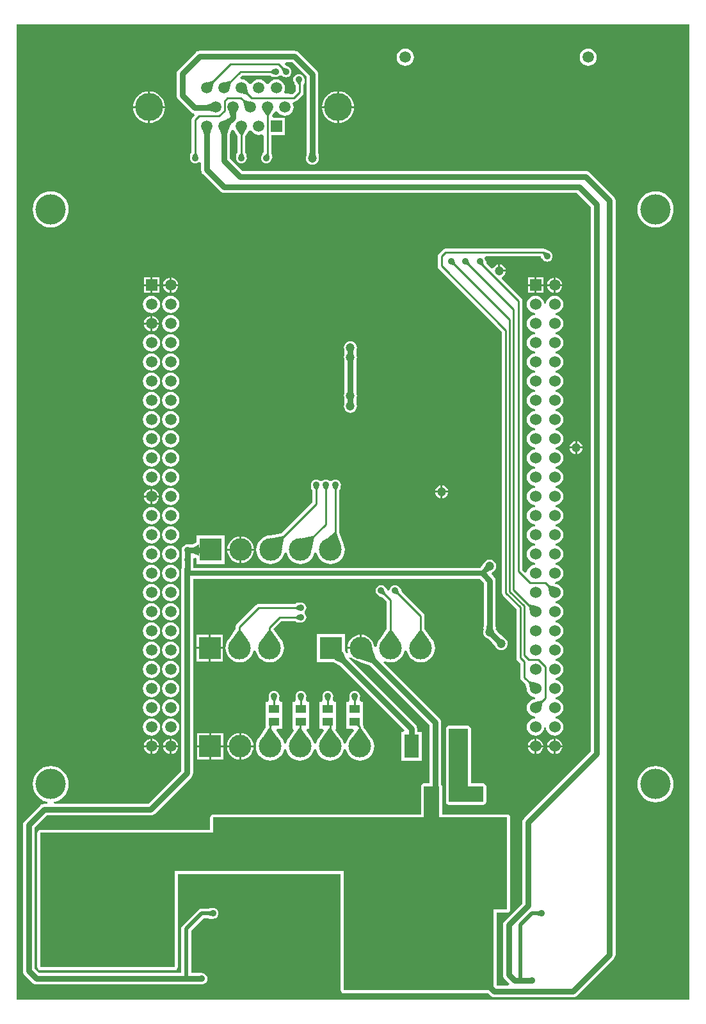
<source format=gtl>
G04 Layer_Physical_Order=1*
G04 Layer_Color=255*
%FSAX24Y24*%
%MOIN*%
G70*
G01*
G75*
%ADD10R,0.0551X0.0433*%
%ADD11R,0.0768X0.1201*%
%ADD12C,0.0100*%
%ADD13C,0.0250*%
%ADD14C,0.0300*%
%ADD15C,0.0200*%
%ADD16C,0.1575*%
%ADD17C,0.1181*%
%ADD18R,0.1181X0.1181*%
%ADD19C,0.0591*%
%ADD20C,0.1457*%
%ADD21R,0.0591X0.0591*%
%ADD22C,0.0600*%
%ADD23R,0.0591X0.0591*%
%ADD24C,0.0354*%
%ADD25C,0.0472*%
G36*
X050402Y011414D02*
X015377D01*
Y062187D01*
X050402D01*
Y011414D01*
D02*
G37*
%LPC*%
G36*
X045134Y060919D02*
X045018Y060904D01*
X044909Y060859D01*
X044816Y060787D01*
X044745Y060694D01*
X044700Y060586D01*
X044685Y060470D01*
X044700Y060353D01*
X044745Y060245D01*
X044816Y060152D01*
X044909Y060081D01*
X045018Y060036D01*
X045134Y060021D01*
X045250Y060036D01*
X045358Y060081D01*
X045451Y060152D01*
X045523Y060245D01*
X045568Y060353D01*
X045583Y060470D01*
X045568Y060586D01*
X045523Y060694D01*
X045451Y060787D01*
X045358Y060859D01*
X045250Y060904D01*
X045134Y060919D01*
D02*
G37*
G36*
X035606D02*
X035490Y060904D01*
X035382Y060859D01*
X035289Y060787D01*
X035217Y060694D01*
X035172Y060586D01*
X035157Y060470D01*
X035172Y060353D01*
X035217Y060245D01*
X035289Y060152D01*
X035382Y060081D01*
X035490Y060036D01*
X035606Y060021D01*
X035723Y060036D01*
X035831Y060081D01*
X035924Y060152D01*
X035995Y060245D01*
X036040Y060353D01*
X036055Y060470D01*
X036040Y060586D01*
X035995Y060694D01*
X035924Y060787D01*
X035831Y060859D01*
X035723Y060904D01*
X035606Y060919D01*
D02*
G37*
G36*
X032152Y058691D02*
Y057914D01*
X032930D01*
X032919Y058026D01*
X032871Y058182D01*
X032794Y058326D01*
X032691Y058452D01*
X032565Y058556D01*
X032421Y058633D01*
X032265Y058680D01*
X032152Y058691D01*
D02*
G37*
G36*
X032052D02*
X031940Y058680D01*
X031784Y058633D01*
X031640Y058556D01*
X031514Y058452D01*
X031410Y058326D01*
X031333Y058182D01*
X031286Y058026D01*
X031275Y057914D01*
X032052D01*
Y058691D01*
D02*
G37*
G36*
X022310D02*
Y057914D01*
X023087D01*
X023076Y058026D01*
X023029Y058182D01*
X022952Y058326D01*
X022848Y058452D01*
X022722Y058556D01*
X022578Y058633D01*
X022422Y058680D01*
X022310Y058691D01*
D02*
G37*
G36*
X022210D02*
X022097Y058680D01*
X021941Y058633D01*
X021797Y058556D01*
X021671Y058452D01*
X021568Y058326D01*
X021491Y058182D01*
X021443Y058026D01*
X021432Y057914D01*
X022210D01*
Y058691D01*
D02*
G37*
G36*
X032930Y057814D02*
X032152D01*
Y057036D01*
X032265Y057047D01*
X032421Y057095D01*
X032565Y057172D01*
X032691Y057275D01*
X032794Y057401D01*
X032871Y057545D01*
X032919Y057701D01*
X032930Y057814D01*
D02*
G37*
G36*
X032052D02*
X031275D01*
X031286Y057701D01*
X031333Y057545D01*
X031410Y057401D01*
X031514Y057275D01*
X031640Y057172D01*
X031784Y057095D01*
X031940Y057047D01*
X032052Y057036D01*
Y057814D01*
D02*
G37*
G36*
X023087D02*
X022310D01*
Y057036D01*
X022422Y057047D01*
X022578Y057095D01*
X022722Y057172D01*
X022848Y057275D01*
X022952Y057401D01*
X023029Y057545D01*
X023076Y057701D01*
X023087Y057814D01*
D02*
G37*
G36*
X022210D02*
X021432D01*
X021443Y057701D01*
X021491Y057545D01*
X021568Y057401D01*
X021671Y057275D01*
X021797Y057172D01*
X021941Y057095D01*
X022097Y057047D01*
X022210Y057036D01*
Y057814D01*
D02*
G37*
G36*
X029850Y060803D02*
X024900D01*
X024822Y060792D01*
X024749Y060762D01*
X024686Y060714D01*
X023786Y059814D01*
X023738Y059751D01*
X023708Y059678D01*
X023697Y059600D01*
Y058483D01*
X023708Y058405D01*
X023738Y058332D01*
X023786Y058270D01*
X024420Y057636D01*
X024420Y057636D01*
X024482Y057588D01*
X024555Y057558D01*
X024587Y057554D01*
X024624Y057449D01*
X024529Y057354D01*
X024485Y057288D01*
X024469Y057210D01*
Y055520D01*
X024412Y055405D01*
X024411Y055400D01*
X024408Y055395D01*
X024403Y055371D01*
X024397Y055347D01*
X024397Y055342D01*
X024396Y055337D01*
X024401Y055312D01*
X024404Y055288D01*
X024405Y055287D01*
X024403Y055283D01*
X024394Y055210D01*
X024403Y055138D01*
X024431Y055070D01*
X024476Y055013D01*
X024533Y054968D01*
X024601Y054940D01*
X024673Y054931D01*
X024746Y054940D01*
X024813Y054968D01*
X024871Y055013D01*
X024877Y055020D01*
X024977Y054986D01*
Y054604D01*
X024987Y054526D01*
X025017Y054453D01*
X025066Y054390D01*
X025959Y053496D01*
X025959Y053496D01*
X026022Y053448D01*
X026095Y053418D01*
X026173Y053408D01*
X044548D01*
X045271Y052685D01*
Y024336D01*
X041786Y020851D01*
X041738Y020788D01*
X041708Y020715D01*
X041697Y020637D01*
Y016425D01*
X040786Y015514D01*
X040738Y015451D01*
X040708Y015378D01*
X040697Y015300D01*
Y012700D01*
X040708Y012622D01*
X040738Y012549D01*
X040786Y012486D01*
X041019Y012253D01*
X040978Y012153D01*
X040375D01*
X040353Y012175D01*
Y015947D01*
X040917D01*
X040975Y015959D01*
X041025Y015992D01*
X041058Y016041D01*
X041069Y016100D01*
Y020900D01*
X041058Y020959D01*
X041025Y021008D01*
X040975Y021041D01*
X040917Y021053D01*
X037526D01*
Y022510D01*
X037515Y022569D01*
X037481Y022618D01*
X037476Y022622D01*
Y025832D01*
X037466Y025911D01*
X037435Y025984D01*
X037387Y026046D01*
X034468Y028966D01*
X034528Y029047D01*
X034566Y029027D01*
X034705Y028984D01*
X034850Y028970D01*
X034996Y028984D01*
X035135Y029027D01*
X035264Y029095D01*
X035377Y029188D01*
X035469Y029301D01*
X035538Y029429D01*
X035580Y029569D01*
X035680D01*
X035722Y029429D01*
X035791Y029301D01*
X035883Y029188D01*
X035996Y029095D01*
X036125Y029027D01*
X036264Y028984D01*
X036409Y028970D01*
X036555Y028984D01*
X036694Y029027D01*
X036823Y029095D01*
X036936Y029188D01*
X037028Y029301D01*
X037097Y029429D01*
X037139Y029569D01*
X037154Y029714D01*
X037139Y029859D01*
X037097Y029999D01*
X037028Y030128D01*
X036941Y030234D01*
X036613Y030704D01*
Y031374D01*
X036598Y031452D01*
X036554Y031518D01*
X035437Y032635D01*
X035395Y032757D01*
X035393Y032762D01*
X035392Y032767D01*
X035378Y032788D01*
X035365Y032809D01*
X035361Y032812D01*
X035359Y032817D01*
X035338Y032830D01*
X035318Y032846D01*
X035317Y032846D01*
X035315Y032850D01*
X035271Y032908D01*
X035213Y032952D01*
X035146Y032980D01*
X035073Y032990D01*
X035001Y032980D01*
X034933Y032952D01*
X034876Y032908D01*
X034831Y032850D01*
X034803Y032783D01*
X034798Y032743D01*
X034697Y032714D01*
X034668Y032757D01*
X034655Y032777D01*
X034642Y032799D01*
X034638Y032802D01*
X034635Y032806D01*
X034615Y032820D01*
X034595Y032835D01*
X034594Y032836D01*
X034592Y032840D01*
X034548Y032898D01*
X034490Y032942D01*
X034422Y032970D01*
X034350Y032980D01*
X034278Y032970D01*
X034210Y032942D01*
X034152Y032898D01*
X034108Y032840D01*
X034080Y032772D01*
X034070Y032700D01*
X034080Y032628D01*
X034108Y032560D01*
X034152Y032502D01*
X034210Y032458D01*
X034214Y032456D01*
X034215Y032455D01*
X034230Y032435D01*
X034244Y032415D01*
X034248Y032412D01*
X034251Y032408D01*
X034273Y032395D01*
X034293Y032382D01*
X034298Y032381D01*
X034303Y032378D01*
X034425Y032337D01*
X034646Y032115D01*
Y030704D01*
X034319Y030234D01*
X034232Y030128D01*
X034163Y029999D01*
X034121Y029859D01*
X034115Y029803D01*
X034078Y029785D01*
X034013Y029783D01*
X034010Y029786D01*
X033999Y029806D01*
X033994Y029811D01*
X033990Y029816D01*
X033974Y029827D01*
X033972Y029850D01*
X033932Y029980D01*
X033868Y030100D01*
X033782Y030205D01*
X033677Y030291D01*
X033557Y030355D01*
X033427Y030395D01*
X033341Y030403D01*
Y029714D01*
X033291D01*
Y029664D01*
X032602D01*
X032611Y029579D01*
X032643Y029471D01*
X032550Y029434D01*
X032473Y029589D01*
Y030455D01*
X030992D01*
Y028974D01*
X031858D01*
X032232Y028786D01*
X035558Y025461D01*
X035516Y025361D01*
X035389D01*
Y023860D01*
X036457D01*
Y025361D01*
X036226D01*
Y025523D01*
X036216Y025602D01*
X036185Y025675D01*
X036137Y025737D01*
X032679Y029196D01*
X032678Y029215D01*
X032777Y029252D01*
X032801Y029224D01*
X032906Y029137D01*
X033026Y029073D01*
X033156Y029034D01*
X033178Y029031D01*
X033189Y029016D01*
X033195Y029012D01*
X033199Y029006D01*
X033219Y028995D01*
X033239Y028982D01*
X033245Y028981D01*
X033252Y028978D01*
X033759Y028819D01*
X036871Y025707D01*
Y022663D01*
X036573D01*
X036515Y022652D01*
X036465Y022618D01*
X036432Y022569D01*
X036420Y022510D01*
X036420Y021053D01*
X025600D01*
X025541Y021041D01*
X025492Y021008D01*
X025459Y020959D01*
X025447Y020900D01*
Y020253D01*
X016600D01*
X016541Y020241D01*
X016492Y020208D01*
X016459Y020159D01*
X016447Y020100D01*
Y013100D01*
X016459Y013041D01*
X016492Y012992D01*
X016541Y012959D01*
X016600Y012947D01*
X023600Y012947D01*
X023659Y012959D01*
X023708Y012992D01*
X023741Y013041D01*
X023753Y013100D01*
Y017947D01*
X028000D01*
X032247Y017947D01*
X032247Y011900D01*
X032259Y011841D01*
X032292Y011792D01*
X032341Y011759D01*
X032400Y011747D01*
X039925D01*
X040036Y011636D01*
X040036Y011636D01*
X040099Y011588D01*
X040172Y011558D01*
X040250Y011547D01*
X044350D01*
X044428Y011558D01*
X044501Y011588D01*
X044564Y011636D01*
X046464Y013536D01*
X046512Y013599D01*
X046542Y013672D01*
X046553Y013750D01*
X046553Y013750D01*
Y053000D01*
X046542Y053078D01*
X046512Y053151D01*
X046464Y053214D01*
X045214Y054464D01*
X045151Y054512D01*
X045078Y054542D01*
X045000Y054553D01*
X027125D01*
X026484Y055194D01*
Y056412D01*
X026536Y056615D01*
X026537Y056634D01*
X026540Y056649D01*
X026545Y056658D01*
X026574Y056690D01*
X026575Y056691D01*
X026649Y056677D01*
X026686Y056658D01*
X026694Y056639D01*
X026737Y056582D01*
X026737Y056582D01*
X026869Y056357D01*
Y055520D01*
X026812Y055405D01*
X026811Y055400D01*
X026808Y055395D01*
X026803Y055371D01*
X026797Y055347D01*
X026797Y055342D01*
X026796Y055337D01*
X026801Y055312D01*
X026804Y055288D01*
X026805Y055287D01*
X026803Y055283D01*
X026794Y055210D01*
X026803Y055138D01*
X026831Y055070D01*
X026876Y055013D01*
X026933Y054968D01*
X027001Y054940D01*
X027073Y054931D01*
X027146Y054940D01*
X027213Y054968D01*
X027271Y055013D01*
X027315Y055070D01*
X027343Y055138D01*
X027353Y055210D01*
X027343Y055283D01*
X027342Y055287D01*
X027342Y055288D01*
X027345Y055312D01*
X027350Y055337D01*
X027349Y055342D01*
X027350Y055347D01*
X027343Y055371D01*
X027339Y055395D01*
X027336Y055400D01*
X027334Y055405D01*
X027277Y055520D01*
Y056351D01*
X027400Y056546D01*
X027400Y056546D01*
X027472Y056639D01*
X027479Y056658D01*
X027588D01*
X027595Y056639D01*
X027667Y056546D01*
X027760Y056475D01*
X027868Y056430D01*
X027984Y056415D01*
X028101Y056430D01*
X028131Y056443D01*
X028231Y056376D01*
Y055540D01*
X028175Y055459D01*
X028168Y055442D01*
X028158Y055425D01*
X028156Y055415D01*
X028152Y055404D01*
X028151Y055385D01*
X028150Y055374D01*
X028131Y055350D01*
X028103Y055283D01*
X028094Y055210D01*
X028103Y055138D01*
X028131Y055070D01*
X028176Y055013D01*
X028233Y054968D01*
X028301Y054940D01*
X028373Y054931D01*
X028446Y054940D01*
X028513Y054968D01*
X028571Y055013D01*
X028615Y055070D01*
X028643Y055138D01*
X028650Y055188D01*
X028655Y055197D01*
X028667Y055212D01*
X028671Y055222D01*
X028677Y055232D01*
X028680Y055251D01*
X028686Y055268D01*
X028685Y055280D01*
X028686Y055291D01*
X028682Y055309D01*
X028681Y055328D01*
X028639Y055472D01*
Y056418D01*
X029331D01*
Y057309D01*
X028729D01*
X028672Y057409D01*
X028768Y057566D01*
X028824Y057639D01*
X028832Y057658D01*
X028940D01*
X028948Y057639D01*
X029019Y057546D01*
X029112Y057475D01*
X029220Y057430D01*
X029337Y057415D01*
X029453Y057430D01*
X029561Y057475D01*
X029654Y057546D01*
X029726Y057639D01*
X029770Y057748D01*
X029786Y057864D01*
X029770Y057980D01*
X029743Y058046D01*
X029799Y058146D01*
X029813D01*
X029891Y058162D01*
X029957Y058206D01*
X030245Y058493D01*
X030289Y058559D01*
X030304Y058637D01*
Y059017D01*
X030357Y059147D01*
X030359Y059158D01*
X030364Y059168D01*
X030365Y059187D01*
X030368Y059205D01*
X030366Y059216D01*
X030366Y059228D01*
X030360Y059245D01*
X030356Y059264D01*
X030350Y059273D01*
X030348Y059277D01*
X030353Y059310D01*
X030343Y059383D01*
X030315Y059450D01*
X030271Y059508D01*
X030213Y059552D01*
X030146Y059580D01*
X030073Y059590D01*
X030001Y059580D01*
X029933Y059552D01*
X029876Y059508D01*
X029854Y059480D01*
X029816Y059454D01*
X029772Y059388D01*
X029756Y059310D01*
X029772Y059232D01*
X029816Y059166D01*
X029820Y059164D01*
X029819Y059146D01*
X029819Y059144D01*
X029819Y059143D01*
X029829Y059116D01*
X029838Y059089D01*
X029896Y058989D01*
Y058722D01*
X029729Y058554D01*
X029587D01*
X029542Y058563D01*
X029329D01*
X029285Y058663D01*
X029320Y058748D01*
X029335Y058864D01*
X029320Y058980D01*
X029275Y059088D01*
X029203Y059181D01*
X029110Y059253D01*
X029002Y059298D01*
X028886Y059313D01*
X028770Y059298D01*
X028661Y059253D01*
X028568Y059181D01*
X028497Y059088D01*
X028489Y059070D01*
X028381D01*
X028373Y059088D01*
X028302Y059181D01*
X028209Y059253D01*
X028101Y059298D01*
X027984Y059313D01*
X027868Y059298D01*
X027760Y059253D01*
X027667Y059181D01*
X027595Y059088D01*
X027588Y059070D01*
X027479D01*
X027472Y059088D01*
X027400Y059181D01*
X027307Y059253D01*
X027199Y059298D01*
X027083Y059313D01*
X027057Y059309D01*
X027010Y059404D01*
X027112Y059506D01*
X028563D01*
X028679Y059449D01*
X028684Y059448D01*
X028688Y059445D01*
X028713Y059440D01*
X028737Y059434D01*
X028742Y059434D01*
X028747Y059433D01*
X028771Y059438D01*
X028796Y059441D01*
X028797Y059442D01*
X028801Y059440D01*
X028873Y059431D01*
X028946Y059440D01*
X029013Y059468D01*
X029071Y059513D01*
X029077Y059516D01*
X029195Y059512D01*
X029202Y059502D01*
X029260Y059458D01*
X029328Y059430D01*
X029400Y059420D01*
X029472Y059430D01*
X029540Y059458D01*
X029598Y059502D01*
X029642Y059560D01*
X029670Y059628D01*
X029680Y059700D01*
X029670Y059772D01*
X029642Y059840D01*
X029598Y059898D01*
X029540Y059942D01*
X029536Y059944D01*
X029535Y059945D01*
X029520Y059965D01*
X029506Y059985D01*
X029502Y059988D01*
X029499Y059992D01*
X029477Y060005D01*
X029457Y060018D01*
X029452Y060019D01*
X029447Y060022D01*
X029360Y060051D01*
X029335Y060097D01*
X029394Y060197D01*
X029725D01*
X030471Y059451D01*
Y055546D01*
X030456Y055394D01*
X030456Y055386D01*
X030455Y055379D01*
X030459Y055357D01*
X030461Y055336D01*
X030446Y055298D01*
X030434Y055210D01*
X030446Y055122D01*
X030480Y055041D01*
X030533Y054970D01*
X030604Y054917D01*
X030685Y054883D01*
X030773Y054871D01*
X030861Y054883D01*
X030943Y054917D01*
X031013Y054970D01*
X031067Y055041D01*
X031101Y055122D01*
X031112Y055210D01*
X031101Y055298D01*
X031085Y055336D01*
X031087Y055357D01*
X031092Y055379D01*
X031090Y055386D01*
X031091Y055394D01*
X031076Y055546D01*
Y059577D01*
X031076Y059577D01*
X031066Y059655D01*
X031035Y059728D01*
X030987Y059791D01*
X030987Y059791D01*
X030064Y060714D01*
X030001Y060762D01*
X029928Y060792D01*
X029850Y060803D01*
D02*
G37*
G36*
X048638Y053491D02*
X048454Y053473D01*
X048277Y053419D01*
X048114Y053332D01*
X047972Y053215D01*
X047855Y053072D01*
X047768Y052909D01*
X047714Y052733D01*
X047696Y052549D01*
X047714Y052365D01*
X047768Y052188D01*
X047855Y052026D01*
X047972Y051883D01*
X048114Y051766D01*
X048277Y051679D01*
X048454Y051625D01*
X048638Y051607D01*
X048822Y051625D01*
X048998Y051679D01*
X049161Y051766D01*
X049304Y051883D01*
X049421Y052026D01*
X049508Y052188D01*
X049562Y052365D01*
X049580Y052549D01*
X049562Y052733D01*
X049508Y052909D01*
X049421Y053072D01*
X049304Y053215D01*
X049161Y053332D01*
X048998Y053419D01*
X048822Y053473D01*
X048638Y053491D01*
D02*
G37*
G36*
X017142D02*
X016958Y053473D01*
X016781Y053419D01*
X016618Y053332D01*
X016476Y053215D01*
X016359Y053072D01*
X016272Y052909D01*
X016218Y052733D01*
X016200Y052549D01*
X016218Y052365D01*
X016272Y052188D01*
X016359Y052026D01*
X016476Y051883D01*
X016618Y051766D01*
X016781Y051679D01*
X016958Y051625D01*
X017142Y051607D01*
X017326Y051625D01*
X017502Y051679D01*
X017665Y051766D01*
X017808Y051883D01*
X017925Y052026D01*
X018012Y052188D01*
X018066Y052365D01*
X018084Y052549D01*
X018066Y052733D01*
X018012Y052909D01*
X017925Y053072D01*
X017808Y053215D01*
X017665Y053332D01*
X017502Y053419D01*
X017326Y053473D01*
X017142Y053491D01*
D02*
G37*
G36*
X042800Y050504D02*
X037700D01*
X037622Y050488D01*
X037556Y050444D01*
X037356Y050244D01*
X037312Y050178D01*
X037296Y050100D01*
Y049600D01*
X037312Y049522D01*
X037356Y049456D01*
X040646Y046166D01*
Y032578D01*
X040662Y032500D01*
X040706Y032434D01*
X041396Y031744D01*
Y029200D01*
X041412Y029122D01*
X041456Y029056D01*
X041596Y028916D01*
Y028194D01*
X041612Y028116D01*
X041656Y028050D01*
X041880Y027826D01*
X041939Y027579D01*
X041951Y027486D01*
X041997Y027377D01*
X042069Y027283D01*
X042163Y027211D01*
X042272Y027166D01*
X042354Y027155D01*
X042365Y027055D01*
X042272Y027042D01*
X042163Y026997D01*
X042069Y026925D01*
X041997Y026831D01*
X041951Y026721D01*
X041936Y026604D01*
X041951Y026486D01*
X041997Y026377D01*
X042069Y026283D01*
X042163Y026211D01*
X042272Y026166D01*
X042324Y026159D01*
X042357Y026154D01*
Y026054D01*
X042324Y026049D01*
X042272Y026042D01*
X042163Y025997D01*
X042069Y025925D01*
X041997Y025831D01*
X041951Y025721D01*
X041936Y025604D01*
X041951Y025486D01*
X041997Y025377D01*
X042069Y025283D01*
X042163Y025211D01*
X042272Y025166D01*
X042390Y025150D01*
X042507Y025166D01*
X042617Y025211D01*
X042711Y025283D01*
X042783Y025377D01*
X042828Y025486D01*
X042835Y025538D01*
X042839Y025571D01*
X042940D01*
X042944Y025538D01*
X042951Y025486D01*
X042997Y025377D01*
X043069Y025283D01*
X043163Y025211D01*
X043272Y025166D01*
X043390Y025150D01*
X043507Y025166D01*
X043617Y025211D01*
X043711Y025283D01*
X043783Y025377D01*
X043828Y025486D01*
X043844Y025604D01*
X043828Y025721D01*
X043783Y025831D01*
X043711Y025925D01*
X043617Y025997D01*
X043507Y026042D01*
X043455Y026049D01*
X043423Y026054D01*
Y026154D01*
X043455Y026159D01*
X043507Y026166D01*
X043617Y026211D01*
X043711Y026283D01*
X043783Y026377D01*
X043828Y026486D01*
X043844Y026604D01*
X043828Y026721D01*
X043783Y026831D01*
X043711Y026925D01*
X043617Y026997D01*
X043507Y027042D01*
X043455Y027049D01*
X043423Y027054D01*
Y027154D01*
X043455Y027159D01*
X043507Y027166D01*
X043617Y027211D01*
X043711Y027283D01*
X043783Y027377D01*
X043828Y027486D01*
X043844Y027604D01*
X043828Y027721D01*
X043783Y027831D01*
X043711Y027925D01*
X043617Y027997D01*
X043507Y028042D01*
X043455Y028049D01*
X043423Y028054D01*
Y028154D01*
X043455Y028159D01*
X043507Y028166D01*
X043617Y028211D01*
X043711Y028283D01*
X043783Y028377D01*
X043828Y028486D01*
X043844Y028604D01*
X043828Y028721D01*
X043783Y028831D01*
X043711Y028925D01*
X043617Y028997D01*
X043507Y029042D01*
X043455Y029049D01*
X043423Y029054D01*
Y029154D01*
X043455Y029159D01*
X043507Y029166D01*
X043617Y029211D01*
X043711Y029283D01*
X043783Y029377D01*
X043828Y029486D01*
X043844Y029604D01*
X043828Y029721D01*
X043783Y029831D01*
X043711Y029925D01*
X043617Y029997D01*
X043507Y030042D01*
X043455Y030049D01*
X043423Y030054D01*
Y030154D01*
X043455Y030159D01*
X043507Y030166D01*
X043617Y030211D01*
X043711Y030283D01*
X043783Y030377D01*
X043828Y030486D01*
X043844Y030604D01*
X043828Y030721D01*
X043783Y030831D01*
X043711Y030925D01*
X043617Y030997D01*
X043507Y031042D01*
X043455Y031049D01*
X043423Y031054D01*
Y031154D01*
X043455Y031159D01*
X043507Y031166D01*
X043617Y031211D01*
X043711Y031283D01*
X043783Y031377D01*
X043828Y031486D01*
X043844Y031604D01*
X043828Y031721D01*
X043783Y031831D01*
X043711Y031925D01*
X043617Y031997D01*
X043507Y032042D01*
X043455Y032049D01*
X043423Y032054D01*
Y032154D01*
X043455Y032159D01*
X043507Y032166D01*
X043617Y032211D01*
X043711Y032283D01*
X043783Y032377D01*
X043828Y032486D01*
X043844Y032604D01*
X043828Y032721D01*
X043783Y032831D01*
X043711Y032925D01*
X043617Y032997D01*
X043507Y033042D01*
X043414Y033055D01*
X043426Y033155D01*
X043507Y033166D01*
X043617Y033211D01*
X043711Y033283D01*
X043783Y033377D01*
X043828Y033486D01*
X043844Y033604D01*
X043828Y033721D01*
X043783Y033831D01*
X043711Y033925D01*
X043617Y033997D01*
X043507Y034042D01*
X043455Y034049D01*
X043423Y034054D01*
Y034154D01*
X043455Y034159D01*
X043507Y034166D01*
X043617Y034211D01*
X043711Y034283D01*
X043783Y034377D01*
X043828Y034486D01*
X043844Y034604D01*
X043828Y034721D01*
X043783Y034831D01*
X043711Y034925D01*
X043617Y034997D01*
X043507Y035042D01*
X043455Y035049D01*
X043423Y035054D01*
Y035154D01*
X043455Y035159D01*
X043507Y035166D01*
X043617Y035211D01*
X043711Y035283D01*
X043783Y035377D01*
X043828Y035486D01*
X043844Y035604D01*
X043828Y035721D01*
X043783Y035831D01*
X043711Y035925D01*
X043617Y035997D01*
X043507Y036042D01*
X043455Y036049D01*
X043423Y036054D01*
Y036154D01*
X043455Y036159D01*
X043507Y036166D01*
X043617Y036211D01*
X043711Y036283D01*
X043783Y036377D01*
X043828Y036486D01*
X043844Y036604D01*
X043828Y036721D01*
X043783Y036831D01*
X043711Y036925D01*
X043617Y036997D01*
X043507Y037042D01*
X043455Y037049D01*
X043423Y037054D01*
Y037154D01*
X043455Y037159D01*
X043507Y037166D01*
X043617Y037211D01*
X043711Y037283D01*
X043783Y037377D01*
X043828Y037486D01*
X043844Y037604D01*
X043828Y037721D01*
X043783Y037831D01*
X043711Y037925D01*
X043617Y037997D01*
X043507Y038042D01*
X043455Y038049D01*
X043423Y038054D01*
Y038154D01*
X043455Y038159D01*
X043507Y038166D01*
X043617Y038211D01*
X043711Y038283D01*
X043783Y038377D01*
X043828Y038486D01*
X043844Y038604D01*
X043828Y038721D01*
X043783Y038831D01*
X043711Y038925D01*
X043617Y038997D01*
X043507Y039042D01*
X043455Y039049D01*
X043423Y039054D01*
Y039154D01*
X043455Y039159D01*
X043507Y039166D01*
X043617Y039211D01*
X043711Y039283D01*
X043783Y039377D01*
X043828Y039486D01*
X043844Y039604D01*
X043828Y039721D01*
X043783Y039831D01*
X043711Y039925D01*
X043617Y039997D01*
X043507Y040042D01*
X043455Y040049D01*
X043423Y040054D01*
Y040154D01*
X043455Y040159D01*
X043507Y040166D01*
X043617Y040211D01*
X043711Y040283D01*
X043783Y040377D01*
X043828Y040486D01*
X043844Y040604D01*
X043828Y040721D01*
X043783Y040831D01*
X043711Y040925D01*
X043617Y040997D01*
X043507Y041042D01*
X043455Y041049D01*
X043423Y041054D01*
Y041154D01*
X043455Y041159D01*
X043507Y041166D01*
X043617Y041211D01*
X043711Y041283D01*
X043783Y041377D01*
X043828Y041486D01*
X043844Y041604D01*
X043828Y041721D01*
X043783Y041831D01*
X043711Y041925D01*
X043617Y041997D01*
X043507Y042042D01*
X043455Y042049D01*
X043423Y042054D01*
Y042154D01*
X043455Y042159D01*
X043507Y042166D01*
X043617Y042211D01*
X043711Y042283D01*
X043783Y042377D01*
X043828Y042486D01*
X043844Y042604D01*
X043828Y042721D01*
X043783Y042831D01*
X043711Y042925D01*
X043617Y042997D01*
X043507Y043042D01*
X043455Y043049D01*
X043423Y043054D01*
Y043154D01*
X043455Y043159D01*
X043507Y043166D01*
X043617Y043211D01*
X043711Y043283D01*
X043783Y043377D01*
X043828Y043486D01*
X043844Y043604D01*
X043828Y043721D01*
X043783Y043831D01*
X043711Y043925D01*
X043617Y043997D01*
X043507Y044042D01*
X043455Y044049D01*
X043423Y044054D01*
Y044154D01*
X043455Y044159D01*
X043507Y044166D01*
X043617Y044211D01*
X043711Y044283D01*
X043783Y044377D01*
X043828Y044486D01*
X043844Y044604D01*
X043828Y044721D01*
X043783Y044831D01*
X043711Y044925D01*
X043617Y044997D01*
X043507Y045042D01*
X043455Y045049D01*
X043423Y045054D01*
Y045154D01*
X043455Y045159D01*
X043507Y045166D01*
X043617Y045211D01*
X043711Y045283D01*
X043783Y045377D01*
X043828Y045486D01*
X043844Y045604D01*
X043828Y045721D01*
X043783Y045831D01*
X043711Y045925D01*
X043617Y045997D01*
X043507Y046042D01*
X043455Y046049D01*
X043423Y046054D01*
Y046154D01*
X043455Y046159D01*
X043507Y046166D01*
X043617Y046211D01*
X043711Y046283D01*
X043783Y046377D01*
X043828Y046486D01*
X043844Y046604D01*
X043828Y046721D01*
X043783Y046831D01*
X043711Y046925D01*
X043617Y046997D01*
X043507Y047042D01*
X043455Y047049D01*
X043423Y047054D01*
Y047154D01*
X043455Y047159D01*
X043507Y047166D01*
X043617Y047211D01*
X043711Y047283D01*
X043783Y047377D01*
X043828Y047486D01*
X043844Y047604D01*
X043828Y047721D01*
X043783Y047831D01*
X043711Y047925D01*
X043617Y047997D01*
X043507Y048042D01*
X043390Y048058D01*
X043272Y048042D01*
X043163Y047997D01*
X043069Y047925D01*
X042997Y047831D01*
X042951Y047721D01*
X042944Y047669D01*
X042940Y047637D01*
X042839D01*
X042835Y047669D01*
X042828Y047721D01*
X042783Y047831D01*
X042711Y047925D01*
X042617Y047997D01*
X042507Y048042D01*
X042390Y048058D01*
X042272Y048042D01*
X042163Y047997D01*
X042069Y047925D01*
X041997Y047831D01*
X041951Y047721D01*
X041936Y047604D01*
X041951Y047486D01*
X041997Y047377D01*
X042069Y047283D01*
X042163Y047211D01*
X042272Y047166D01*
X042324Y047159D01*
X042357Y047154D01*
Y047054D01*
X042324Y047049D01*
X042272Y047042D01*
X042163Y046997D01*
X042069Y046925D01*
X041997Y046831D01*
X041951Y046721D01*
X041936Y046604D01*
X041951Y046486D01*
X041997Y046377D01*
X042069Y046283D01*
X042163Y046211D01*
X042272Y046166D01*
X042324Y046159D01*
X042357Y046154D01*
Y046054D01*
X042324Y046049D01*
X042272Y046042D01*
X042163Y045997D01*
X042069Y045925D01*
X041997Y045831D01*
X041951Y045721D01*
X041936Y045604D01*
X041951Y045486D01*
X041997Y045377D01*
X042069Y045283D01*
X042163Y045211D01*
X042272Y045166D01*
X042324Y045159D01*
X042357Y045154D01*
Y045054D01*
X042324Y045049D01*
X042272Y045042D01*
X042163Y044997D01*
X042069Y044925D01*
X041997Y044831D01*
X041951Y044721D01*
X041936Y044604D01*
X041951Y044486D01*
X041997Y044377D01*
X042069Y044283D01*
X042163Y044211D01*
X042272Y044166D01*
X042324Y044159D01*
X042357Y044154D01*
Y044054D01*
X042324Y044049D01*
X042272Y044042D01*
X042163Y043997D01*
X042069Y043925D01*
X041997Y043831D01*
X041951Y043721D01*
X041936Y043604D01*
X041951Y043486D01*
X041997Y043377D01*
X042069Y043283D01*
X042163Y043211D01*
X042272Y043166D01*
X042324Y043159D01*
X042357Y043154D01*
Y043054D01*
X042324Y043049D01*
X042272Y043042D01*
X042163Y042997D01*
X042069Y042925D01*
X041997Y042831D01*
X041951Y042721D01*
X041936Y042604D01*
X041951Y042486D01*
X041997Y042377D01*
X042069Y042283D01*
X042163Y042211D01*
X042272Y042166D01*
X042324Y042159D01*
X042357Y042154D01*
Y042054D01*
X042324Y042049D01*
X042272Y042042D01*
X042163Y041997D01*
X042069Y041925D01*
X041997Y041831D01*
X041951Y041721D01*
X041936Y041604D01*
X041951Y041486D01*
X041997Y041377D01*
X042069Y041283D01*
X042163Y041211D01*
X042272Y041166D01*
X042324Y041159D01*
X042357Y041154D01*
Y041054D01*
X042324Y041049D01*
X042272Y041042D01*
X042163Y040997D01*
X042069Y040925D01*
X041997Y040831D01*
X041951Y040721D01*
X041936Y040604D01*
X041951Y040486D01*
X041997Y040377D01*
X042069Y040283D01*
X042163Y040211D01*
X042272Y040166D01*
X042324Y040159D01*
X042357Y040154D01*
Y040054D01*
X042324Y040049D01*
X042272Y040042D01*
X042163Y039997D01*
X042069Y039925D01*
X041997Y039831D01*
X041951Y039721D01*
X041936Y039604D01*
X041951Y039486D01*
X041997Y039377D01*
X042069Y039283D01*
X042163Y039211D01*
X042272Y039166D01*
X042324Y039159D01*
X042357Y039154D01*
Y039054D01*
X042324Y039049D01*
X042272Y039042D01*
X042163Y038997D01*
X042069Y038925D01*
X041997Y038831D01*
X041951Y038721D01*
X041936Y038604D01*
X041951Y038486D01*
X041997Y038377D01*
X042069Y038283D01*
X042163Y038211D01*
X042272Y038166D01*
X042324Y038159D01*
X042357Y038154D01*
Y038054D01*
X042324Y038049D01*
X042272Y038042D01*
X042163Y037997D01*
X042069Y037925D01*
X041997Y037831D01*
X041951Y037721D01*
X041936Y037604D01*
X041951Y037486D01*
X041997Y037377D01*
X042069Y037283D01*
X042163Y037211D01*
X042272Y037166D01*
X042324Y037159D01*
X042357Y037154D01*
Y037054D01*
X042324Y037049D01*
X042272Y037042D01*
X042163Y036997D01*
X042069Y036925D01*
X041997Y036831D01*
X041951Y036721D01*
X041936Y036604D01*
X041951Y036486D01*
X041997Y036377D01*
X042069Y036283D01*
X042163Y036211D01*
X042272Y036166D01*
X042324Y036159D01*
X042357Y036154D01*
Y036054D01*
X042324Y036049D01*
X042272Y036042D01*
X042163Y035997D01*
X042069Y035925D01*
X041997Y035831D01*
X041951Y035721D01*
X041936Y035604D01*
X041951Y035486D01*
X041997Y035377D01*
X042069Y035283D01*
X042163Y035211D01*
X042272Y035166D01*
X042324Y035159D01*
X042357Y035154D01*
Y035054D01*
X042324Y035049D01*
X042272Y035042D01*
X042163Y034997D01*
X042069Y034925D01*
X041997Y034831D01*
X041951Y034721D01*
X041936Y034604D01*
X041951Y034486D01*
X041997Y034377D01*
X042069Y034283D01*
X042163Y034211D01*
X042272Y034166D01*
X042324Y034159D01*
X042357Y034154D01*
Y034054D01*
X042324Y034049D01*
X042272Y034042D01*
X042163Y033997D01*
X042069Y033925D01*
X041997Y033831D01*
X041951Y033721D01*
X041946Y033683D01*
X041841Y033648D01*
X041704Y033784D01*
Y047784D01*
X041688Y047862D01*
X041644Y047929D01*
X040638Y048935D01*
X040661Y049053D01*
X040670Y049056D01*
X040740Y049110D01*
X040794Y049180D01*
X040828Y049262D01*
X040833Y049300D01*
X040500D01*
Y049350D01*
X040450D01*
Y049683D01*
X040412Y049678D01*
X040330Y049644D01*
X040260Y049590D01*
X040206Y049520D01*
X040203Y049511D01*
X040085Y049488D01*
X039843Y049730D01*
X039820Y049834D01*
X039811Y049856D01*
X039803Y049878D01*
X039799Y049883D01*
X039796Y049889D01*
X039779Y049905D01*
X039771Y049915D01*
X039770Y049922D01*
X039742Y049990D01*
X039737Y049996D01*
X039787Y050096D01*
X042664D01*
X042678Y050053D01*
X042681Y050049D01*
X042682Y050044D01*
X042695Y050023D01*
X042708Y050002D01*
X042712Y049999D01*
X042715Y049995D01*
X042736Y049981D01*
X042755Y049966D01*
X042756Y049965D01*
X042758Y049960D01*
X042802Y049902D01*
X042860Y049858D01*
X042928Y049830D01*
X043000Y049820D01*
X043072Y049830D01*
X043140Y049858D01*
X043198Y049902D01*
X043242Y049960D01*
X043270Y050028D01*
X043280Y050100D01*
X043270Y050172D01*
X043242Y050240D01*
X043198Y050298D01*
X043140Y050342D01*
X043135Y050344D01*
X043134Y050345D01*
X043119Y050364D01*
X043105Y050385D01*
X043101Y050388D01*
X043098Y050392D01*
X043077Y050405D01*
X043056Y050418D01*
X043051Y050419D01*
X043047Y050422D01*
X042906Y050470D01*
X042878Y050488D01*
X042800Y050504D01*
D02*
G37*
G36*
X040550Y049683D02*
Y049400D01*
X040833D01*
X040828Y049438D01*
X040794Y049520D01*
X040740Y049590D01*
X040670Y049644D01*
X040588Y049678D01*
X040550Y049683D01*
D02*
G37*
G36*
X043440Y048996D02*
Y048654D01*
X043782D01*
X043775Y048707D01*
X043735Y048803D01*
X043672Y048886D01*
X043589Y048949D01*
X043493Y048989D01*
X043440Y048996D01*
D02*
G37*
G36*
X042785Y048999D02*
X042440D01*
Y048654D01*
X042785D01*
Y048999D01*
D02*
G37*
G36*
X023440Y048996D02*
Y048654D01*
X023782D01*
X023775Y048707D01*
X023735Y048803D01*
X023672Y048886D01*
X023589Y048949D01*
X023493Y048989D01*
X023440Y048996D01*
D02*
G37*
G36*
X022785Y048999D02*
X022440D01*
Y048654D01*
X022785D01*
Y048999D01*
D02*
G37*
G36*
X043340Y048996D02*
X043287Y048989D01*
X043190Y048949D01*
X043108Y048886D01*
X043044Y048803D01*
X043005Y048707D01*
X042998Y048654D01*
X043340D01*
Y048996D01*
D02*
G37*
G36*
X023340D02*
X023287Y048989D01*
X023190Y048949D01*
X023108Y048886D01*
X023044Y048803D01*
X023005Y048707D01*
X022998Y048654D01*
X023340D01*
Y048996D01*
D02*
G37*
G36*
X042340Y048999D02*
X041994D01*
Y048654D01*
X042340D01*
Y048999D01*
D02*
G37*
G36*
X022340D02*
X021994D01*
Y048654D01*
X022340D01*
Y048999D01*
D02*
G37*
G36*
X043782Y048554D02*
X043440D01*
Y048212D01*
X043493Y048219D01*
X043589Y048259D01*
X043672Y048322D01*
X043735Y048405D01*
X043775Y048501D01*
X043782Y048554D01*
D02*
G37*
G36*
X023782D02*
X023440D01*
Y048212D01*
X023493Y048219D01*
X023589Y048259D01*
X023672Y048322D01*
X023735Y048405D01*
X023775Y048501D01*
X023782Y048554D01*
D02*
G37*
G36*
X043340D02*
X042998D01*
X043005Y048501D01*
X043044Y048405D01*
X043108Y048322D01*
X043190Y048259D01*
X043287Y048219D01*
X043340Y048212D01*
Y048554D01*
D02*
G37*
G36*
X023340D02*
X022998D01*
X023005Y048501D01*
X023044Y048405D01*
X023108Y048322D01*
X023190Y048259D01*
X023287Y048219D01*
X023340Y048212D01*
Y048554D01*
D02*
G37*
G36*
X042785D02*
X042440D01*
Y048209D01*
X042785D01*
Y048554D01*
D02*
G37*
G36*
X042340D02*
X041994D01*
Y048209D01*
X042340D01*
Y048554D01*
D02*
G37*
G36*
X022785D02*
X022440D01*
Y048209D01*
X022785D01*
Y048554D01*
D02*
G37*
G36*
X022340D02*
X021994D01*
Y048209D01*
X022340D01*
Y048554D01*
D02*
G37*
G36*
X023390Y048053D02*
X023274Y048038D01*
X023165Y047993D01*
X023072Y047922D01*
X023001Y047828D01*
X022956Y047720D01*
X022941Y047604D01*
X022956Y047488D01*
X023001Y047379D01*
X023072Y047286D01*
X023165Y047215D01*
X023274Y047170D01*
X023390Y047155D01*
X023506Y047170D01*
X023614Y047215D01*
X023707Y047286D01*
X023779Y047379D01*
X023824Y047488D01*
X023839Y047604D01*
X023824Y047720D01*
X023779Y047828D01*
X023707Y047922D01*
X023614Y047993D01*
X023506Y048038D01*
X023390Y048053D01*
D02*
G37*
G36*
X022390D02*
X022274Y048038D01*
X022165Y047993D01*
X022072Y047922D01*
X022001Y047828D01*
X021956Y047720D01*
X021941Y047604D01*
X021956Y047488D01*
X022001Y047379D01*
X022072Y047286D01*
X022165Y047215D01*
X022274Y047170D01*
X022390Y047155D01*
X022506Y047170D01*
X022614Y047215D01*
X022707Y047286D01*
X022779Y047379D01*
X022824Y047488D01*
X022839Y047604D01*
X022824Y047720D01*
X022779Y047828D01*
X022707Y047922D01*
X022614Y047993D01*
X022506Y048038D01*
X022390Y048053D01*
D02*
G37*
G36*
X022440Y046996D02*
Y046654D01*
X022782D01*
X022775Y046707D01*
X022735Y046803D01*
X022672Y046886D01*
X022589Y046949D01*
X022493Y046989D01*
X022440Y046996D01*
D02*
G37*
G36*
X022340D02*
X022287Y046989D01*
X022190Y046949D01*
X022108Y046886D01*
X022044Y046803D01*
X022005Y046707D01*
X021998Y046654D01*
X022340D01*
Y046996D01*
D02*
G37*
G36*
X022782Y046554D02*
X022440D01*
Y046212D01*
X022493Y046219D01*
X022589Y046259D01*
X022672Y046322D01*
X022735Y046405D01*
X022775Y046501D01*
X022782Y046554D01*
D02*
G37*
G36*
X022340D02*
X021998D01*
X022005Y046501D01*
X022044Y046405D01*
X022108Y046322D01*
X022190Y046259D01*
X022287Y046219D01*
X022340Y046212D01*
Y046554D01*
D02*
G37*
G36*
X023390Y047053D02*
X023274Y047038D01*
X023165Y046993D01*
X023072Y046922D01*
X023001Y046828D01*
X022956Y046720D01*
X022941Y046604D01*
X022956Y046488D01*
X023001Y046379D01*
X023072Y046286D01*
X023165Y046215D01*
X023274Y046170D01*
X023390Y046155D01*
X023506Y046170D01*
X023614Y046215D01*
X023707Y046286D01*
X023779Y046379D01*
X023824Y046488D01*
X023839Y046604D01*
X023824Y046720D01*
X023779Y046828D01*
X023707Y046922D01*
X023614Y046993D01*
X023506Y047038D01*
X023390Y047053D01*
D02*
G37*
G36*
Y046053D02*
X023274Y046038D01*
X023165Y045993D01*
X023072Y045922D01*
X023001Y045828D01*
X022956Y045720D01*
X022941Y045604D01*
X022956Y045488D01*
X023001Y045379D01*
X023072Y045286D01*
X023165Y045215D01*
X023274Y045170D01*
X023390Y045155D01*
X023506Y045170D01*
X023614Y045215D01*
X023707Y045286D01*
X023779Y045379D01*
X023824Y045488D01*
X023839Y045604D01*
X023824Y045720D01*
X023779Y045828D01*
X023707Y045922D01*
X023614Y045993D01*
X023506Y046038D01*
X023390Y046053D01*
D02*
G37*
G36*
X022390D02*
X022274Y046038D01*
X022165Y045993D01*
X022072Y045922D01*
X022001Y045828D01*
X021956Y045720D01*
X021941Y045604D01*
X021956Y045488D01*
X022001Y045379D01*
X022072Y045286D01*
X022165Y045215D01*
X022274Y045170D01*
X022390Y045155D01*
X022506Y045170D01*
X022614Y045215D01*
X022707Y045286D01*
X022779Y045379D01*
X022824Y045488D01*
X022839Y045604D01*
X022824Y045720D01*
X022779Y045828D01*
X022707Y045922D01*
X022614Y045993D01*
X022506Y046038D01*
X022390Y046053D01*
D02*
G37*
G36*
X023390Y045053D02*
X023274Y045038D01*
X023165Y044993D01*
X023072Y044922D01*
X023001Y044829D01*
X022956Y044720D01*
X022941Y044604D01*
X022956Y044488D01*
X023001Y044379D01*
X023072Y044286D01*
X023165Y044215D01*
X023274Y044170D01*
X023390Y044155D01*
X023506Y044170D01*
X023614Y044215D01*
X023707Y044286D01*
X023779Y044379D01*
X023824Y044488D01*
X023839Y044604D01*
X023824Y044720D01*
X023779Y044829D01*
X023707Y044922D01*
X023614Y044993D01*
X023506Y045038D01*
X023390Y045053D01*
D02*
G37*
G36*
X022390D02*
X022274Y045038D01*
X022165Y044993D01*
X022072Y044922D01*
X022001Y044829D01*
X021956Y044720D01*
X021941Y044604D01*
X021956Y044488D01*
X022001Y044379D01*
X022072Y044286D01*
X022165Y044215D01*
X022274Y044170D01*
X022390Y044155D01*
X022506Y044170D01*
X022614Y044215D01*
X022707Y044286D01*
X022779Y044379D01*
X022824Y044488D01*
X022839Y044604D01*
X022824Y044720D01*
X022779Y044829D01*
X022707Y044922D01*
X022614Y044993D01*
X022506Y045038D01*
X022390Y045053D01*
D02*
G37*
G36*
X023390Y044053D02*
X023274Y044038D01*
X023165Y043993D01*
X023072Y043922D01*
X023001Y043829D01*
X022956Y043720D01*
X022941Y043604D01*
X022956Y043488D01*
X023001Y043379D01*
X023072Y043286D01*
X023165Y043215D01*
X023274Y043170D01*
X023390Y043155D01*
X023506Y043170D01*
X023614Y043215D01*
X023707Y043286D01*
X023779Y043379D01*
X023824Y043488D01*
X023839Y043604D01*
X023824Y043720D01*
X023779Y043829D01*
X023707Y043922D01*
X023614Y043993D01*
X023506Y044038D01*
X023390Y044053D01*
D02*
G37*
G36*
X022390D02*
X022274Y044038D01*
X022165Y043993D01*
X022072Y043922D01*
X022001Y043829D01*
X021956Y043720D01*
X021941Y043604D01*
X021956Y043488D01*
X022001Y043379D01*
X022072Y043286D01*
X022165Y043215D01*
X022274Y043170D01*
X022390Y043155D01*
X022506Y043170D01*
X022614Y043215D01*
X022707Y043286D01*
X022779Y043379D01*
X022824Y043488D01*
X022839Y043604D01*
X022824Y043720D01*
X022779Y043829D01*
X022707Y043922D01*
X022614Y043993D01*
X022506Y044038D01*
X022390Y044053D01*
D02*
G37*
G36*
X023390Y043053D02*
X023274Y043038D01*
X023165Y042993D01*
X023072Y042922D01*
X023001Y042828D01*
X022956Y042720D01*
X022941Y042604D01*
X022956Y042488D01*
X023001Y042379D01*
X023072Y042286D01*
X023165Y042215D01*
X023274Y042170D01*
X023390Y042155D01*
X023506Y042170D01*
X023614Y042215D01*
X023707Y042286D01*
X023779Y042379D01*
X023824Y042488D01*
X023839Y042604D01*
X023824Y042720D01*
X023779Y042828D01*
X023707Y042922D01*
X023614Y042993D01*
X023506Y043038D01*
X023390Y043053D01*
D02*
G37*
G36*
X022390D02*
X022274Y043038D01*
X022165Y042993D01*
X022072Y042922D01*
X022001Y042828D01*
X021956Y042720D01*
X021941Y042604D01*
X021956Y042488D01*
X022001Y042379D01*
X022072Y042286D01*
X022165Y042215D01*
X022274Y042170D01*
X022390Y042155D01*
X022506Y042170D01*
X022614Y042215D01*
X022707Y042286D01*
X022779Y042379D01*
X022824Y042488D01*
X022839Y042604D01*
X022824Y042720D01*
X022779Y042828D01*
X022707Y042922D01*
X022614Y042993D01*
X022506Y043038D01*
X022390Y043053D01*
D02*
G37*
G36*
X032750Y045689D02*
X032662Y045678D01*
X032580Y045644D01*
X032510Y045590D01*
X032456Y045520D01*
X032422Y045438D01*
X032411Y045350D01*
X032422Y045262D01*
X032438Y045224D01*
X032436Y045203D01*
X032432Y045181D01*
X032433Y045174D01*
X032432Y045166D01*
X032439Y045100D01*
X032432Y045034D01*
X032433Y045026D01*
X032432Y045019D01*
X032436Y044997D01*
X032438Y044976D01*
X032422Y044938D01*
X032411Y044850D01*
X032422Y044762D01*
X032438Y044724D01*
X032436Y044703D01*
X032432Y044681D01*
X032433Y044674D01*
X032432Y044666D01*
X032447Y044515D01*
Y043185D01*
X032432Y043034D01*
X032433Y043026D01*
X032432Y043019D01*
X032436Y042997D01*
X032438Y042976D01*
X032422Y042938D01*
X032411Y042850D01*
X032422Y042762D01*
X032438Y042724D01*
X032436Y042703D01*
X032432Y042681D01*
X032433Y042674D01*
X032432Y042666D01*
X032441Y042575D01*
X032432Y042484D01*
X032433Y042476D01*
X032432Y042469D01*
X032436Y042447D01*
X032438Y042426D01*
X032422Y042388D01*
X032411Y042300D01*
X032422Y042212D01*
X032456Y042130D01*
X032510Y042060D01*
X032580Y042006D01*
X032662Y041972D01*
X032750Y041961D01*
X032838Y041972D01*
X032920Y042006D01*
X032990Y042060D01*
X033044Y042130D01*
X033078Y042212D01*
X033089Y042300D01*
X033078Y042388D01*
X033062Y042426D01*
X033064Y042447D01*
X033068Y042469D01*
X033067Y042476D01*
X033068Y042484D01*
X033059Y042575D01*
X033068Y042666D01*
X033067Y042674D01*
X033068Y042681D01*
X033064Y042703D01*
X033062Y042724D01*
X033078Y042762D01*
X033089Y042850D01*
X033078Y042938D01*
X033062Y042976D01*
X033064Y042997D01*
X033068Y043019D01*
X033067Y043026D01*
X033068Y043034D01*
X033053Y043185D01*
Y044515D01*
X033068Y044666D01*
X033067Y044674D01*
X033068Y044681D01*
X033064Y044703D01*
X033062Y044724D01*
X033078Y044762D01*
X033089Y044850D01*
X033078Y044938D01*
X033062Y044976D01*
X033064Y044997D01*
X033068Y045019D01*
X033067Y045026D01*
X033068Y045034D01*
X033061Y045100D01*
X033068Y045166D01*
X033067Y045174D01*
X033068Y045181D01*
X033064Y045203D01*
X033062Y045224D01*
X033078Y045262D01*
X033089Y045350D01*
X033078Y045438D01*
X033044Y045520D01*
X032990Y045590D01*
X032920Y045644D01*
X032838Y045678D01*
X032750Y045689D01*
D02*
G37*
G36*
X023390Y042053D02*
X023274Y042038D01*
X023165Y041993D01*
X023072Y041922D01*
X023001Y041828D01*
X022956Y041720D01*
X022941Y041604D01*
X022956Y041488D01*
X023001Y041379D01*
X023072Y041286D01*
X023165Y041215D01*
X023274Y041170D01*
X023390Y041155D01*
X023506Y041170D01*
X023614Y041215D01*
X023707Y041286D01*
X023779Y041379D01*
X023824Y041488D01*
X023839Y041604D01*
X023824Y041720D01*
X023779Y041828D01*
X023707Y041922D01*
X023614Y041993D01*
X023506Y042038D01*
X023390Y042053D01*
D02*
G37*
G36*
X022390D02*
X022274Y042038D01*
X022165Y041993D01*
X022072Y041922D01*
X022001Y041828D01*
X021956Y041720D01*
X021941Y041604D01*
X021956Y041488D01*
X022001Y041379D01*
X022072Y041286D01*
X022165Y041215D01*
X022274Y041170D01*
X022390Y041155D01*
X022506Y041170D01*
X022614Y041215D01*
X022707Y041286D01*
X022779Y041379D01*
X022824Y041488D01*
X022839Y041604D01*
X022824Y041720D01*
X022779Y041828D01*
X022707Y041922D01*
X022614Y041993D01*
X022506Y042038D01*
X022390Y042053D01*
D02*
G37*
G36*
X044554Y040480D02*
Y040197D01*
X044836D01*
X044832Y040235D01*
X044798Y040317D01*
X044744Y040387D01*
X044674Y040441D01*
X044592Y040475D01*
X044554Y040480D01*
D02*
G37*
G36*
X044454D02*
X044416Y040475D01*
X044334Y040441D01*
X044264Y040387D01*
X044210Y040317D01*
X044176Y040235D01*
X044171Y040197D01*
X044454D01*
Y040480D01*
D02*
G37*
G36*
X023390Y041053D02*
X023274Y041038D01*
X023165Y040993D01*
X023072Y040922D01*
X023001Y040828D01*
X022956Y040720D01*
X022941Y040604D01*
X022956Y040488D01*
X023001Y040379D01*
X023072Y040286D01*
X023165Y040215D01*
X023274Y040170D01*
X023390Y040155D01*
X023506Y040170D01*
X023614Y040215D01*
X023707Y040286D01*
X023779Y040379D01*
X023824Y040488D01*
X023839Y040604D01*
X023824Y040720D01*
X023779Y040828D01*
X023707Y040922D01*
X023614Y040993D01*
X023506Y041038D01*
X023390Y041053D01*
D02*
G37*
G36*
X022390D02*
X022274Y041038D01*
X022165Y040993D01*
X022072Y040922D01*
X022001Y040828D01*
X021956Y040720D01*
X021941Y040604D01*
X021956Y040488D01*
X022001Y040379D01*
X022072Y040286D01*
X022165Y040215D01*
X022274Y040170D01*
X022390Y040155D01*
X022506Y040170D01*
X022614Y040215D01*
X022707Y040286D01*
X022779Y040379D01*
X022824Y040488D01*
X022839Y040604D01*
X022824Y040720D01*
X022779Y040828D01*
X022707Y040922D01*
X022614Y040993D01*
X022506Y041038D01*
X022390Y041053D01*
D02*
G37*
G36*
X044836Y040097D02*
X044554D01*
Y039815D01*
X044592Y039820D01*
X044674Y039854D01*
X044744Y039907D01*
X044798Y039978D01*
X044832Y040059D01*
X044836Y040097D01*
D02*
G37*
G36*
X044454D02*
X044171D01*
X044176Y040059D01*
X044210Y039978D01*
X044264Y039907D01*
X044334Y039854D01*
X044416Y039820D01*
X044454Y039815D01*
Y040097D01*
D02*
G37*
G36*
X023390Y040053D02*
X023274Y040038D01*
X023165Y039993D01*
X023072Y039922D01*
X023001Y039828D01*
X022956Y039720D01*
X022941Y039604D01*
X022956Y039488D01*
X023001Y039379D01*
X023072Y039286D01*
X023165Y039215D01*
X023274Y039170D01*
X023390Y039155D01*
X023506Y039170D01*
X023614Y039215D01*
X023707Y039286D01*
X023779Y039379D01*
X023824Y039488D01*
X023839Y039604D01*
X023824Y039720D01*
X023779Y039828D01*
X023707Y039922D01*
X023614Y039993D01*
X023506Y040038D01*
X023390Y040053D01*
D02*
G37*
G36*
X022390D02*
X022274Y040038D01*
X022165Y039993D01*
X022072Y039922D01*
X022001Y039828D01*
X021956Y039720D01*
X021941Y039604D01*
X021956Y039488D01*
X022001Y039379D01*
X022072Y039286D01*
X022165Y039215D01*
X022274Y039170D01*
X022390Y039155D01*
X022506Y039170D01*
X022614Y039215D01*
X022707Y039286D01*
X022779Y039379D01*
X022824Y039488D01*
X022839Y039604D01*
X022824Y039720D01*
X022779Y039828D01*
X022707Y039922D01*
X022614Y039993D01*
X022506Y040038D01*
X022390Y040053D01*
D02*
G37*
G36*
X031973Y038490D02*
X031901Y038480D01*
X031833Y038452D01*
X031776Y038408D01*
X031671D01*
X031613Y038452D01*
X031546Y038480D01*
X031473Y038490D01*
X031401Y038480D01*
X031333Y038452D01*
X031276Y038408D01*
X031171D01*
X031113Y038452D01*
X031046Y038480D01*
X030973Y038490D01*
X030901Y038480D01*
X030833Y038452D01*
X030776Y038408D01*
X030731Y038350D01*
X030703Y038283D01*
X030694Y038210D01*
X030703Y038138D01*
X030705Y038134D01*
X030704Y038133D01*
X030701Y038108D01*
X030696Y038084D01*
X030697Y038079D01*
X030697Y038074D01*
X030703Y038050D01*
X030708Y038025D01*
X030711Y038021D01*
X030712Y038016D01*
X030769Y037900D01*
Y037299D01*
X029146Y035676D01*
X028582Y035576D01*
X028445Y035562D01*
X028306Y035520D01*
X028177Y035451D01*
X028064Y035358D01*
X027972Y035246D01*
X027903Y035117D01*
X027861Y034977D01*
X027846Y034832D01*
X027861Y034687D01*
X027903Y034548D01*
X027972Y034419D01*
X028064Y034306D01*
X028177Y034214D01*
X028306Y034145D01*
X028445Y034102D01*
X028591Y034088D01*
X028736Y034102D01*
X028875Y034145D01*
X029004Y034214D01*
X029117Y034306D01*
X029209Y034419D01*
X029278Y034548D01*
X029320Y034687D01*
X029420D01*
X029462Y034548D01*
X029531Y034419D01*
X029623Y034306D01*
X029736Y034214D01*
X029865Y034145D01*
X030004Y034102D01*
X030150Y034088D01*
X030295Y034102D01*
X030434Y034145D01*
X030563Y034214D01*
X030676Y034306D01*
X030768Y034419D01*
X030837Y034548D01*
X030879Y034687D01*
X030979D01*
X031021Y034548D01*
X031090Y034419D01*
X031182Y034306D01*
X031295Y034214D01*
X031424Y034145D01*
X031563Y034102D01*
X031709Y034088D01*
X031854Y034102D01*
X031993Y034145D01*
X032122Y034214D01*
X032235Y034306D01*
X032327Y034419D01*
X032396Y034548D01*
X032438Y034687D01*
X032453Y034832D01*
X032438Y034977D01*
X032409Y035076D01*
X032407Y035087D01*
X032406Y035088D01*
X032406Y035090D01*
X032396Y035116D01*
X032396Y035117D01*
X032396Y035117D01*
X032177Y035711D01*
Y037900D01*
X032234Y038016D01*
X032236Y038021D01*
X032239Y038025D01*
X032243Y038050D01*
X032250Y038074D01*
X032249Y038079D01*
X032250Y038084D01*
X032245Y038108D01*
X032242Y038133D01*
X032242Y038134D01*
X032243Y038138D01*
X032253Y038210D01*
X032243Y038283D01*
X032215Y038350D01*
X032171Y038408D01*
X032113Y038452D01*
X032046Y038480D01*
X031973Y038490D01*
D02*
G37*
G36*
X023390Y039053D02*
X023274Y039038D01*
X023165Y038993D01*
X023072Y038922D01*
X023001Y038828D01*
X022956Y038720D01*
X022941Y038604D01*
X022956Y038488D01*
X023001Y038379D01*
X023072Y038286D01*
X023165Y038215D01*
X023274Y038170D01*
X023390Y038155D01*
X023506Y038170D01*
X023614Y038215D01*
X023707Y038286D01*
X023779Y038379D01*
X023824Y038488D01*
X023839Y038604D01*
X023824Y038720D01*
X023779Y038828D01*
X023707Y038922D01*
X023614Y038993D01*
X023506Y039038D01*
X023390Y039053D01*
D02*
G37*
G36*
X022390D02*
X022274Y039038D01*
X022165Y038993D01*
X022072Y038922D01*
X022001Y038828D01*
X021956Y038720D01*
X021941Y038604D01*
X021956Y038488D01*
X022001Y038379D01*
X022072Y038286D01*
X022165Y038215D01*
X022274Y038170D01*
X022390Y038155D01*
X022506Y038170D01*
X022614Y038215D01*
X022707Y038286D01*
X022779Y038379D01*
X022824Y038488D01*
X022839Y038604D01*
X022824Y038720D01*
X022779Y038828D01*
X022707Y038922D01*
X022614Y038993D01*
X022506Y039038D01*
X022390Y039053D01*
D02*
G37*
G36*
X037550Y038183D02*
Y037900D01*
X037833D01*
X037828Y037938D01*
X037794Y038020D01*
X037740Y038090D01*
X037670Y038144D01*
X037588Y038178D01*
X037550Y038183D01*
D02*
G37*
G36*
X037450D02*
X037412Y038178D01*
X037330Y038144D01*
X037260Y038090D01*
X037206Y038020D01*
X037172Y037938D01*
X037167Y037900D01*
X037450D01*
Y038183D01*
D02*
G37*
G36*
X022440Y037996D02*
Y037654D01*
X022782D01*
X022775Y037707D01*
X022735Y037803D01*
X022672Y037886D01*
X022589Y037949D01*
X022493Y037989D01*
X022440Y037996D01*
D02*
G37*
G36*
X022340D02*
X022287Y037989D01*
X022190Y037949D01*
X022108Y037886D01*
X022044Y037803D01*
X022005Y037707D01*
X021998Y037654D01*
X022340D01*
Y037996D01*
D02*
G37*
G36*
X037833Y037800D02*
X037550D01*
Y037517D01*
X037588Y037522D01*
X037670Y037556D01*
X037740Y037610D01*
X037794Y037680D01*
X037828Y037762D01*
X037833Y037800D01*
D02*
G37*
G36*
X037450D02*
X037167D01*
X037172Y037762D01*
X037206Y037680D01*
X037260Y037610D01*
X037330Y037556D01*
X037412Y037522D01*
X037450Y037517D01*
Y037800D01*
D02*
G37*
G36*
X022782Y037554D02*
X022440D01*
Y037212D01*
X022493Y037219D01*
X022589Y037259D01*
X022672Y037322D01*
X022735Y037405D01*
X022775Y037501D01*
X022782Y037554D01*
D02*
G37*
G36*
X022340D02*
X021998D01*
X022005Y037501D01*
X022044Y037405D01*
X022108Y037322D01*
X022190Y037259D01*
X022287Y037219D01*
X022340Y037212D01*
Y037554D01*
D02*
G37*
G36*
X023390Y038053D02*
X023274Y038038D01*
X023165Y037993D01*
X023072Y037922D01*
X023001Y037828D01*
X022956Y037720D01*
X022941Y037604D01*
X022956Y037488D01*
X023001Y037379D01*
X023072Y037286D01*
X023165Y037215D01*
X023274Y037170D01*
X023390Y037155D01*
X023506Y037170D01*
X023614Y037215D01*
X023707Y037286D01*
X023779Y037379D01*
X023824Y037488D01*
X023839Y037604D01*
X023824Y037720D01*
X023779Y037828D01*
X023707Y037922D01*
X023614Y037993D01*
X023506Y038038D01*
X023390Y038053D01*
D02*
G37*
G36*
Y037053D02*
X023274Y037038D01*
X023165Y036993D01*
X023072Y036922D01*
X023001Y036828D01*
X022956Y036720D01*
X022941Y036604D01*
X022956Y036488D01*
X023001Y036379D01*
X023072Y036286D01*
X023165Y036215D01*
X023274Y036170D01*
X023390Y036155D01*
X023506Y036170D01*
X023614Y036215D01*
X023707Y036286D01*
X023779Y036379D01*
X023824Y036488D01*
X023839Y036604D01*
X023824Y036720D01*
X023779Y036828D01*
X023707Y036922D01*
X023614Y036993D01*
X023506Y037038D01*
X023390Y037053D01*
D02*
G37*
G36*
X022390D02*
X022274Y037038D01*
X022165Y036993D01*
X022072Y036922D01*
X022001Y036828D01*
X021956Y036720D01*
X021941Y036604D01*
X021956Y036488D01*
X022001Y036379D01*
X022072Y036286D01*
X022165Y036215D01*
X022274Y036170D01*
X022390Y036155D01*
X022506Y036170D01*
X022614Y036215D01*
X022707Y036286D01*
X022779Y036379D01*
X022824Y036488D01*
X022839Y036604D01*
X022824Y036720D01*
X022779Y036828D01*
X022707Y036922D01*
X022614Y036993D01*
X022506Y037038D01*
X022390Y037053D01*
D02*
G37*
G36*
X023390Y036053D02*
X023274Y036038D01*
X023165Y035993D01*
X023072Y035922D01*
X023001Y035828D01*
X022956Y035720D01*
X022941Y035604D01*
X022956Y035488D01*
X023001Y035379D01*
X023072Y035286D01*
X023165Y035215D01*
X023274Y035170D01*
X023390Y035155D01*
X023506Y035170D01*
X023614Y035215D01*
X023707Y035286D01*
X023779Y035379D01*
X023824Y035488D01*
X023839Y035604D01*
X023824Y035720D01*
X023779Y035828D01*
X023707Y035922D01*
X023614Y035993D01*
X023506Y036038D01*
X023390Y036053D01*
D02*
G37*
G36*
X022390D02*
X022274Y036038D01*
X022165Y035993D01*
X022072Y035922D01*
X022001Y035828D01*
X021956Y035720D01*
X021941Y035604D01*
X021956Y035488D01*
X022001Y035379D01*
X022072Y035286D01*
X022165Y035215D01*
X022274Y035170D01*
X022390Y035155D01*
X022506Y035170D01*
X022614Y035215D01*
X022707Y035286D01*
X022779Y035379D01*
X022824Y035488D01*
X022839Y035604D01*
X022824Y035720D01*
X022779Y035828D01*
X022707Y035922D01*
X022614Y035993D01*
X022506Y036038D01*
X022390Y036053D01*
D02*
G37*
G36*
X027081Y035521D02*
Y034882D01*
X027720D01*
X027712Y034968D01*
X027673Y035098D01*
X027608Y035218D01*
X027522Y035323D01*
X027417Y035409D01*
X027297Y035473D01*
X027167Y035513D01*
X027081Y035521D01*
D02*
G37*
G36*
X026981D02*
X026896Y035513D01*
X026766Y035473D01*
X026646Y035409D01*
X026541Y035323D01*
X026455Y035218D01*
X026390Y035098D01*
X026351Y034968D01*
X026343Y034882D01*
X026981D01*
Y035521D01*
D02*
G37*
G36*
X023390Y035053D02*
X023274Y035038D01*
X023165Y034993D01*
X023072Y034922D01*
X023001Y034828D01*
X022956Y034720D01*
X022941Y034604D01*
X022956Y034488D01*
X023001Y034379D01*
X023072Y034286D01*
X023165Y034215D01*
X023274Y034170D01*
X023390Y034155D01*
X023506Y034170D01*
X023614Y034215D01*
X023707Y034286D01*
X023779Y034379D01*
X023824Y034488D01*
X023839Y034604D01*
X023824Y034720D01*
X023779Y034828D01*
X023707Y034922D01*
X023614Y034993D01*
X023506Y035038D01*
X023390Y035053D01*
D02*
G37*
G36*
X022390D02*
X022274Y035038D01*
X022165Y034993D01*
X022072Y034922D01*
X022001Y034828D01*
X021956Y034720D01*
X021941Y034604D01*
X021956Y034488D01*
X022001Y034379D01*
X022072Y034286D01*
X022165Y034215D01*
X022274Y034170D01*
X022390Y034155D01*
X022506Y034170D01*
X022614Y034215D01*
X022707Y034286D01*
X022779Y034379D01*
X022824Y034488D01*
X022839Y034604D01*
X022824Y034720D01*
X022779Y034828D01*
X022707Y034922D01*
X022614Y034993D01*
X022506Y035038D01*
X022390Y035053D01*
D02*
G37*
G36*
X027720Y034782D02*
X027081D01*
Y034143D01*
X027167Y034152D01*
X027297Y034191D01*
X027417Y034255D01*
X027522Y034342D01*
X027608Y034447D01*
X027673Y034567D01*
X027712Y034697D01*
X027720Y034782D01*
D02*
G37*
G36*
X026981D02*
X026343D01*
X026351Y034697D01*
X026390Y034567D01*
X026455Y034447D01*
X026541Y034342D01*
X026646Y034255D01*
X026766Y034191D01*
X026896Y034152D01*
X026981Y034143D01*
Y034782D01*
D02*
G37*
G36*
X026213Y035573D02*
X024732D01*
Y035205D01*
X024546Y035113D01*
X024273D01*
X024195Y035103D01*
X024122Y035072D01*
X024059Y035024D01*
X024011Y034962D01*
X023981Y034889D01*
X023971Y034810D01*
Y034310D01*
Y033897D01*
X023958Y033865D01*
X023947Y033787D01*
Y023325D01*
X022225Y021603D01*
X017319D01*
X017314Y021703D01*
X017326Y021704D01*
X017502Y021757D01*
X017665Y021844D01*
X017808Y021962D01*
X017925Y022104D01*
X018012Y022267D01*
X018066Y022444D01*
X018084Y022628D01*
X018066Y022811D01*
X018012Y022988D01*
X017925Y023151D01*
X017808Y023294D01*
X017665Y023411D01*
X017502Y023498D01*
X017326Y023551D01*
X017142Y023570D01*
X016958Y023551D01*
X016781Y023498D01*
X016618Y023411D01*
X016476Y023294D01*
X016359Y023151D01*
X016272Y022988D01*
X016218Y022811D01*
X016200Y022628D01*
X016218Y022444D01*
X016272Y022267D01*
X016359Y022104D01*
X016476Y021962D01*
X016618Y021844D01*
X016781Y021757D01*
X016958Y021704D01*
X016969Y021703D01*
X016965Y021603D01*
X016800D01*
X016722Y021592D01*
X016649Y021562D01*
X016586Y021514D01*
X015786Y020714D01*
X015738Y020651D01*
X015708Y020578D01*
X015697Y020500D01*
Y012900D01*
X015708Y012822D01*
X015738Y012749D01*
X015786Y012686D01*
X016186Y012286D01*
X016186Y012286D01*
X016249Y012238D01*
X016322Y012208D01*
X016400Y012197D01*
X025000D01*
X025078Y012208D01*
X025151Y012238D01*
X025214Y012286D01*
X025262Y012349D01*
X025292Y012422D01*
X025303Y012500D01*
X025292Y012578D01*
X025262Y012651D01*
X025214Y012714D01*
X025151Y012762D01*
X025078Y012792D01*
X025000Y012803D01*
X024455D01*
X024455Y012816D01*
Y014994D01*
X025106Y015645D01*
X025343D01*
X025445Y015626D01*
X025459Y015626D01*
X025473Y015623D01*
X025489Y015626D01*
X025505Y015626D01*
X025518Y015632D01*
X025521Y015633D01*
X025528Y015630D01*
X025600Y015620D01*
X025672Y015630D01*
X025740Y015658D01*
X025798Y015702D01*
X025842Y015760D01*
X025870Y015828D01*
X025880Y015900D01*
X025870Y015972D01*
X025842Y016040D01*
X025798Y016098D01*
X025740Y016142D01*
X025672Y016170D01*
X025600Y016180D01*
X025528Y016170D01*
X025521Y016167D01*
X025518Y016168D01*
X025505Y016174D01*
X025489Y016174D01*
X025473Y016177D01*
X025459Y016174D01*
X025445Y016174D01*
X025343Y016155D01*
X025000D01*
X024902Y016135D01*
X024820Y016080D01*
X024020Y015280D01*
X023965Y015198D01*
X023945Y015100D01*
Y012816D01*
X023945Y012803D01*
X016525D01*
X016303Y013025D01*
Y020375D01*
X016925Y020997D01*
X022350D01*
X022428Y021008D01*
X022501Y021038D01*
X022564Y021086D01*
X024464Y022986D01*
X024512Y023049D01*
X024542Y023122D01*
X024553Y023200D01*
X024553Y023200D01*
Y033323D01*
X039474D01*
X039697Y033100D01*
Y030885D01*
X039682Y030734D01*
X039683Y030726D01*
X039682Y030719D01*
X039686Y030697D01*
X039688Y030676D01*
X039672Y030638D01*
X039661Y030550D01*
X039672Y030462D01*
X039706Y030380D01*
X039760Y030310D01*
X039830Y030256D01*
X039868Y030241D01*
X039882Y030224D01*
X039894Y030206D01*
X039901Y030201D01*
X039905Y030196D01*
X040023Y030099D01*
X040149Y029973D01*
X040246Y029855D01*
X040251Y029851D01*
X040256Y029844D01*
X040274Y029832D01*
X040291Y029818D01*
X040306Y029780D01*
X040360Y029710D01*
X040430Y029656D01*
X040512Y029622D01*
X040600Y029611D01*
X040688Y029622D01*
X040770Y029656D01*
X040840Y029710D01*
X040894Y029780D01*
X040928Y029862D01*
X040939Y029950D01*
X040928Y030038D01*
X040894Y030120D01*
X040840Y030190D01*
X040770Y030244D01*
X040732Y030259D01*
X040718Y030276D01*
X040706Y030294D01*
X040699Y030299D01*
X040695Y030304D01*
X040577Y030401D01*
X040451Y030527D01*
X040356Y030643D01*
X040350Y030660D01*
X040317Y030712D01*
X040318Y030719D01*
X040317Y030726D01*
X040318Y030734D01*
X040303Y030885D01*
Y033225D01*
X040292Y033303D01*
X040262Y033376D01*
X040214Y033439D01*
X040125Y033528D01*
X040118Y033547D01*
X040114Y033573D01*
X040122Y033650D01*
X040129Y033664D01*
X040170Y033681D01*
X040240Y033735D01*
X040294Y033805D01*
X040328Y033887D01*
X040339Y033975D01*
X040328Y034063D01*
X040294Y034145D01*
X040240Y034215D01*
X040170Y034269D01*
X040088Y034303D01*
X040000Y034314D01*
X039912Y034303D01*
X039830Y034269D01*
X039760Y034215D01*
X039706Y034145D01*
X039689Y034104D01*
X039675Y034097D01*
X039666Y034088D01*
X039656Y034081D01*
X039646Y034066D01*
X039634Y034053D01*
X039548Y033915D01*
X039510Y033877D01*
X024576D01*
Y034373D01*
X024664Y034427D01*
X024732Y034391D01*
Y034092D01*
X026213D01*
Y035573D01*
D02*
G37*
G36*
X023390Y034053D02*
X023274Y034038D01*
X023165Y033993D01*
X023072Y033922D01*
X023001Y033828D01*
X022956Y033720D01*
X022941Y033604D01*
X022956Y033488D01*
X023001Y033379D01*
X023072Y033286D01*
X023165Y033215D01*
X023274Y033170D01*
X023390Y033155D01*
X023506Y033170D01*
X023614Y033215D01*
X023707Y033286D01*
X023779Y033379D01*
X023824Y033488D01*
X023839Y033604D01*
X023824Y033720D01*
X023779Y033828D01*
X023707Y033922D01*
X023614Y033993D01*
X023506Y034038D01*
X023390Y034053D01*
D02*
G37*
G36*
X022390D02*
X022274Y034038D01*
X022165Y033993D01*
X022072Y033922D01*
X022001Y033828D01*
X021956Y033720D01*
X021941Y033604D01*
X021956Y033488D01*
X022001Y033379D01*
X022072Y033286D01*
X022165Y033215D01*
X022274Y033170D01*
X022390Y033155D01*
X022506Y033170D01*
X022614Y033215D01*
X022707Y033286D01*
X022779Y033379D01*
X022824Y033488D01*
X022839Y033604D01*
X022824Y033720D01*
X022779Y033828D01*
X022707Y033922D01*
X022614Y033993D01*
X022506Y034038D01*
X022390Y034053D01*
D02*
G37*
G36*
X023390Y033053D02*
X023274Y033038D01*
X023165Y032993D01*
X023072Y032922D01*
X023001Y032828D01*
X022956Y032720D01*
X022941Y032604D01*
X022956Y032488D01*
X023001Y032379D01*
X023072Y032286D01*
X023165Y032215D01*
X023274Y032170D01*
X023390Y032155D01*
X023506Y032170D01*
X023614Y032215D01*
X023707Y032286D01*
X023779Y032379D01*
X023824Y032488D01*
X023839Y032604D01*
X023824Y032720D01*
X023779Y032828D01*
X023707Y032922D01*
X023614Y032993D01*
X023506Y033038D01*
X023390Y033053D01*
D02*
G37*
G36*
X022390D02*
X022274Y033038D01*
X022165Y032993D01*
X022072Y032922D01*
X022001Y032828D01*
X021956Y032720D01*
X021941Y032604D01*
X021956Y032488D01*
X022001Y032379D01*
X022072Y032286D01*
X022165Y032215D01*
X022274Y032170D01*
X022390Y032155D01*
X022506Y032170D01*
X022614Y032215D01*
X022707Y032286D01*
X022779Y032379D01*
X022824Y032488D01*
X022839Y032604D01*
X022824Y032720D01*
X022779Y032828D01*
X022707Y032922D01*
X022614Y032993D01*
X022506Y033038D01*
X022390Y033053D01*
D02*
G37*
G36*
X030173Y032090D02*
X030101Y032080D01*
X030097Y032079D01*
X030096Y032079D01*
X030071Y032082D01*
X030047Y032087D01*
X030042Y032086D01*
X030037Y032087D01*
X030013Y032080D01*
X029988Y032076D01*
X029984Y032073D01*
X029979Y032071D01*
X029863Y032014D01*
X027973D01*
X027895Y031999D01*
X027829Y031954D01*
X026840Y030965D01*
X026796Y030899D01*
X026780Y030821D01*
Y030704D01*
X026453Y030234D01*
X026366Y030128D01*
X026297Y029999D01*
X026254Y029859D01*
X026240Y029714D01*
X026254Y029569D01*
X026297Y029429D01*
X026366Y029301D01*
X026458Y029188D01*
X026571Y029095D01*
X026699Y029027D01*
X026839Y028984D01*
X026984Y028970D01*
X027129Y028984D01*
X027269Y029027D01*
X027398Y029095D01*
X027510Y029188D01*
X027603Y029301D01*
X027672Y029429D01*
X027714Y029569D01*
X027813D01*
X027856Y029429D01*
X027925Y029301D01*
X028017Y029188D01*
X028130Y029095D01*
X028259Y029027D01*
X028398Y028984D01*
X028543Y028970D01*
X028688Y028984D01*
X028828Y029027D01*
X028957Y029095D01*
X029069Y029188D01*
X029162Y029301D01*
X029231Y029429D01*
X029273Y029569D01*
X029287Y029714D01*
X029273Y029859D01*
X029231Y029999D01*
X029162Y030128D01*
X029075Y030234D01*
X028750Y030699D01*
X029158Y031106D01*
X029863D01*
X029979Y031049D01*
X029984Y031048D01*
X029988Y031045D01*
X030013Y031040D01*
X030037Y031034D01*
X030042Y031034D01*
X030047Y031033D01*
X030071Y031038D01*
X030096Y031041D01*
X030097Y031042D01*
X030101Y031040D01*
X030173Y031031D01*
X030246Y031040D01*
X030313Y031068D01*
X030371Y031113D01*
X030415Y031170D01*
X030443Y031238D01*
X030453Y031310D01*
X030443Y031383D01*
X030415Y031450D01*
X030371Y031508D01*
Y031613D01*
X030415Y031670D01*
X030443Y031738D01*
X030453Y031810D01*
X030443Y031883D01*
X030415Y031950D01*
X030371Y032008D01*
X030313Y032052D01*
X030246Y032080D01*
X030173Y032090D01*
D02*
G37*
G36*
X023390Y032053D02*
X023274Y032038D01*
X023165Y031993D01*
X023072Y031922D01*
X023001Y031828D01*
X022956Y031720D01*
X022941Y031604D01*
X022956Y031488D01*
X023001Y031379D01*
X023072Y031286D01*
X023165Y031215D01*
X023274Y031170D01*
X023390Y031155D01*
X023506Y031170D01*
X023614Y031215D01*
X023707Y031286D01*
X023779Y031379D01*
X023824Y031488D01*
X023839Y031604D01*
X023824Y031720D01*
X023779Y031828D01*
X023707Y031922D01*
X023614Y031993D01*
X023506Y032038D01*
X023390Y032053D01*
D02*
G37*
G36*
X022390D02*
X022274Y032038D01*
X022165Y031993D01*
X022072Y031922D01*
X022001Y031828D01*
X021956Y031720D01*
X021941Y031604D01*
X021956Y031488D01*
X022001Y031379D01*
X022072Y031286D01*
X022165Y031215D01*
X022274Y031170D01*
X022390Y031155D01*
X022506Y031170D01*
X022614Y031215D01*
X022707Y031286D01*
X022779Y031379D01*
X022824Y031488D01*
X022839Y031604D01*
X022824Y031720D01*
X022779Y031828D01*
X022707Y031922D01*
X022614Y031993D01*
X022506Y032038D01*
X022390Y032053D01*
D02*
G37*
G36*
X023390Y031053D02*
X023274Y031038D01*
X023165Y030993D01*
X023072Y030922D01*
X023001Y030828D01*
X022956Y030720D01*
X022941Y030604D01*
X022956Y030488D01*
X023001Y030379D01*
X023072Y030286D01*
X023165Y030215D01*
X023274Y030170D01*
X023390Y030155D01*
X023506Y030170D01*
X023614Y030215D01*
X023707Y030286D01*
X023779Y030379D01*
X023824Y030488D01*
X023839Y030604D01*
X023824Y030720D01*
X023779Y030828D01*
X023707Y030922D01*
X023614Y030993D01*
X023506Y031038D01*
X023390Y031053D01*
D02*
G37*
G36*
X022390D02*
X022274Y031038D01*
X022165Y030993D01*
X022072Y030922D01*
X022001Y030828D01*
X021956Y030720D01*
X021941Y030604D01*
X021956Y030488D01*
X022001Y030379D01*
X022072Y030286D01*
X022165Y030215D01*
X022274Y030170D01*
X022390Y030155D01*
X022506Y030170D01*
X022614Y030215D01*
X022707Y030286D01*
X022779Y030379D01*
X022824Y030488D01*
X022839Y030604D01*
X022824Y030720D01*
X022779Y030828D01*
X022707Y030922D01*
X022614Y030993D01*
X022506Y031038D01*
X022390Y031053D01*
D02*
G37*
G36*
X033241Y030403D02*
X033156Y030395D01*
X033026Y030355D01*
X032906Y030291D01*
X032801Y030205D01*
X032714Y030100D01*
X032650Y029980D01*
X032611Y029850D01*
X032602Y029764D01*
X033241D01*
Y030403D01*
D02*
G37*
G36*
X026116Y030405D02*
X025475D01*
Y029764D01*
X026116D01*
Y030405D01*
D02*
G37*
G36*
X025375D02*
X024735D01*
Y029764D01*
X025375D01*
Y030405D01*
D02*
G37*
G36*
X023390Y030053D02*
X023274Y030038D01*
X023165Y029993D01*
X023072Y029922D01*
X023001Y029828D01*
X022956Y029720D01*
X022941Y029604D01*
X022956Y029488D01*
X023001Y029379D01*
X023072Y029286D01*
X023165Y029215D01*
X023274Y029170D01*
X023390Y029155D01*
X023506Y029170D01*
X023614Y029215D01*
X023707Y029286D01*
X023779Y029379D01*
X023824Y029488D01*
X023839Y029604D01*
X023824Y029720D01*
X023779Y029828D01*
X023707Y029922D01*
X023614Y029993D01*
X023506Y030038D01*
X023390Y030053D01*
D02*
G37*
G36*
X022390D02*
X022274Y030038D01*
X022165Y029993D01*
X022072Y029922D01*
X022001Y029828D01*
X021956Y029720D01*
X021941Y029604D01*
X021956Y029488D01*
X022001Y029379D01*
X022072Y029286D01*
X022165Y029215D01*
X022274Y029170D01*
X022390Y029155D01*
X022506Y029170D01*
X022614Y029215D01*
X022707Y029286D01*
X022779Y029379D01*
X022824Y029488D01*
X022839Y029604D01*
X022824Y029720D01*
X022779Y029828D01*
X022707Y029922D01*
X022614Y029993D01*
X022506Y030038D01*
X022390Y030053D01*
D02*
G37*
G36*
X026116Y029664D02*
X025475D01*
Y029024D01*
X026116D01*
Y029664D01*
D02*
G37*
G36*
X025375D02*
X024735D01*
Y029024D01*
X025375D01*
Y029664D01*
D02*
G37*
G36*
X023390Y029053D02*
X023274Y029038D01*
X023165Y028993D01*
X023072Y028922D01*
X023001Y028828D01*
X022956Y028720D01*
X022941Y028604D01*
X022956Y028488D01*
X023001Y028379D01*
X023072Y028286D01*
X023165Y028215D01*
X023274Y028170D01*
X023390Y028155D01*
X023506Y028170D01*
X023614Y028215D01*
X023707Y028286D01*
X023779Y028379D01*
X023824Y028488D01*
X023839Y028604D01*
X023824Y028720D01*
X023779Y028828D01*
X023707Y028922D01*
X023614Y028993D01*
X023506Y029038D01*
X023390Y029053D01*
D02*
G37*
G36*
X022390D02*
X022274Y029038D01*
X022165Y028993D01*
X022072Y028922D01*
X022001Y028828D01*
X021956Y028720D01*
X021941Y028604D01*
X021956Y028488D01*
X022001Y028379D01*
X022072Y028286D01*
X022165Y028215D01*
X022274Y028170D01*
X022390Y028155D01*
X022506Y028170D01*
X022614Y028215D01*
X022707Y028286D01*
X022779Y028379D01*
X022824Y028488D01*
X022839Y028604D01*
X022824Y028720D01*
X022779Y028828D01*
X022707Y028922D01*
X022614Y028993D01*
X022506Y029038D01*
X022390Y029053D01*
D02*
G37*
G36*
X023390Y028053D02*
X023274Y028038D01*
X023165Y027993D01*
X023072Y027922D01*
X023001Y027828D01*
X022956Y027720D01*
X022941Y027604D01*
X022956Y027488D01*
X023001Y027379D01*
X023072Y027286D01*
X023165Y027215D01*
X023274Y027170D01*
X023390Y027155D01*
X023506Y027170D01*
X023614Y027215D01*
X023707Y027286D01*
X023779Y027379D01*
X023824Y027488D01*
X023839Y027604D01*
X023824Y027720D01*
X023779Y027828D01*
X023707Y027922D01*
X023614Y027993D01*
X023506Y028038D01*
X023390Y028053D01*
D02*
G37*
G36*
X022390D02*
X022274Y028038D01*
X022165Y027993D01*
X022072Y027922D01*
X022001Y027828D01*
X021956Y027720D01*
X021941Y027604D01*
X021956Y027488D01*
X022001Y027379D01*
X022072Y027286D01*
X022165Y027215D01*
X022274Y027170D01*
X022390Y027155D01*
X022506Y027170D01*
X022614Y027215D01*
X022707Y027286D01*
X022779Y027379D01*
X022824Y027488D01*
X022839Y027604D01*
X022824Y027720D01*
X022779Y027828D01*
X022707Y027922D01*
X022614Y027993D01*
X022506Y028038D01*
X022390Y028053D01*
D02*
G37*
G36*
X023390Y027053D02*
X023274Y027038D01*
X023165Y026993D01*
X023072Y026922D01*
X023001Y026828D01*
X022956Y026720D01*
X022941Y026604D01*
X022956Y026488D01*
X023001Y026379D01*
X023072Y026286D01*
X023165Y026215D01*
X023274Y026170D01*
X023390Y026155D01*
X023506Y026170D01*
X023614Y026215D01*
X023707Y026286D01*
X023779Y026379D01*
X023824Y026488D01*
X023839Y026604D01*
X023824Y026720D01*
X023779Y026828D01*
X023707Y026922D01*
X023614Y026993D01*
X023506Y027038D01*
X023390Y027053D01*
D02*
G37*
G36*
X022390D02*
X022274Y027038D01*
X022165Y026993D01*
X022072Y026922D01*
X022001Y026828D01*
X021956Y026720D01*
X021941Y026604D01*
X021956Y026488D01*
X022001Y026379D01*
X022072Y026286D01*
X022165Y026215D01*
X022274Y026170D01*
X022390Y026155D01*
X022506Y026170D01*
X022614Y026215D01*
X022707Y026286D01*
X022779Y026379D01*
X022824Y026488D01*
X022839Y026604D01*
X022824Y026720D01*
X022779Y026828D01*
X022707Y026922D01*
X022614Y026993D01*
X022506Y027038D01*
X022390Y027053D01*
D02*
G37*
G36*
X023390Y026053D02*
X023274Y026038D01*
X023165Y025993D01*
X023072Y025922D01*
X023001Y025828D01*
X022956Y025720D01*
X022941Y025604D01*
X022956Y025488D01*
X023001Y025379D01*
X023072Y025286D01*
X023165Y025215D01*
X023274Y025170D01*
X023390Y025155D01*
X023506Y025170D01*
X023614Y025215D01*
X023707Y025286D01*
X023779Y025379D01*
X023824Y025488D01*
X023839Y025604D01*
X023824Y025720D01*
X023779Y025828D01*
X023707Y025922D01*
X023614Y025993D01*
X023506Y026038D01*
X023390Y026053D01*
D02*
G37*
G36*
X022390D02*
X022274Y026038D01*
X022165Y025993D01*
X022072Y025922D01*
X022001Y025828D01*
X021956Y025720D01*
X021941Y025604D01*
X021956Y025488D01*
X022001Y025379D01*
X022072Y025286D01*
X022165Y025215D01*
X022274Y025170D01*
X022390Y025155D01*
X022506Y025170D01*
X022614Y025215D01*
X022707Y025286D01*
X022779Y025379D01*
X022824Y025488D01*
X022839Y025604D01*
X022824Y025720D01*
X022779Y025828D01*
X022707Y025922D01*
X022614Y025993D01*
X022506Y026038D01*
X022390Y026053D01*
D02*
G37*
G36*
X032973Y027490D02*
X032901Y027480D01*
X032833Y027452D01*
X032776Y027408D01*
X032731Y027350D01*
X032703Y027283D01*
X032694Y027210D01*
X032703Y027138D01*
X032705Y027134D01*
X032704Y027133D01*
X032701Y027108D01*
X032696Y027084D01*
X032697Y027079D01*
X032697Y027074D01*
X032703Y027050D01*
X032708Y027025D01*
X032711Y027021D01*
X032713Y027001D01*
X032653Y026921D01*
X032548D01*
Y026188D01*
Y025499D01*
X032872D01*
X032918Y025411D01*
X032712Y025116D01*
X032625Y025009D01*
X032557Y024881D01*
X032514Y024741D01*
X032415D01*
X032373Y024881D01*
X032304Y025009D01*
X032217Y025116D01*
X031978Y025458D01*
X031999Y025499D01*
X031999D01*
Y026188D01*
Y026921D01*
X031894D01*
X031833Y027001D01*
X031836Y027021D01*
X031839Y027025D01*
X031843Y027050D01*
X031850Y027074D01*
X031849Y027079D01*
X031850Y027084D01*
X031845Y027108D01*
X031842Y027133D01*
X031842Y027134D01*
X031843Y027138D01*
X031853Y027210D01*
X031843Y027283D01*
X031815Y027350D01*
X031771Y027408D01*
X031713Y027452D01*
X031646Y027480D01*
X031573Y027490D01*
X031501Y027480D01*
X031433Y027452D01*
X031376Y027408D01*
X031331Y027350D01*
X031303Y027283D01*
X031294Y027210D01*
X031303Y027138D01*
X031305Y027134D01*
X031304Y027133D01*
X031301Y027108D01*
X031296Y027084D01*
X031297Y027079D01*
X031297Y027074D01*
X031303Y027050D01*
X031308Y027025D01*
X031311Y027021D01*
X031313Y027001D01*
X031253Y026921D01*
X031148D01*
Y026188D01*
Y025499D01*
X031313D01*
X031359Y025411D01*
X031153Y025116D01*
X031066Y025009D01*
X030998Y024881D01*
X030955Y024741D01*
X030856D01*
X030813Y024881D01*
X030745Y025009D01*
X030658Y025116D01*
X030452Y025411D01*
X030498Y025499D01*
X030599D01*
Y026188D01*
Y026921D01*
X030494D01*
X030433Y027001D01*
X030436Y027021D01*
X030439Y027025D01*
X030443Y027050D01*
X030450Y027074D01*
X030449Y027079D01*
X030450Y027084D01*
X030445Y027108D01*
X030442Y027133D01*
X030442Y027134D01*
X030443Y027138D01*
X030453Y027210D01*
X030443Y027283D01*
X030415Y027350D01*
X030371Y027408D01*
X030313Y027452D01*
X030246Y027480D01*
X030173Y027490D01*
X030101Y027480D01*
X030033Y027452D01*
X029976Y027408D01*
X029931Y027350D01*
X029903Y027283D01*
X029894Y027210D01*
X029903Y027138D01*
X029905Y027134D01*
X029904Y027133D01*
X029901Y027108D01*
X029896Y027084D01*
X029897Y027079D01*
X029897Y027074D01*
X029903Y027050D01*
X029908Y027025D01*
X029911Y027021D01*
X029913Y027001D01*
X029853Y026921D01*
X029748D01*
Y026188D01*
Y025499D01*
X029754D01*
X029800Y025411D01*
X029594Y025116D01*
X029507Y025009D01*
X029438Y024881D01*
X029396Y024741D01*
X029297D01*
X029254Y024881D01*
X029186Y025009D01*
X029099Y025116D01*
X028893Y025411D01*
X028939Y025499D01*
X029199D01*
Y026188D01*
Y026921D01*
X029094D01*
X029033Y027001D01*
X029036Y027021D01*
X029039Y027025D01*
X029043Y027050D01*
X029050Y027074D01*
X029049Y027079D01*
X029050Y027084D01*
X029045Y027108D01*
X029042Y027133D01*
X029042Y027134D01*
X029043Y027138D01*
X029053Y027210D01*
X029043Y027283D01*
X029015Y027350D01*
X028971Y027408D01*
X028913Y027452D01*
X028846Y027480D01*
X028773Y027490D01*
X028701Y027480D01*
X028633Y027452D01*
X028576Y027408D01*
X028531Y027350D01*
X028503Y027283D01*
X028494Y027210D01*
X028503Y027138D01*
X028505Y027134D01*
X028504Y027133D01*
X028501Y027108D01*
X028496Y027084D01*
X028497Y027079D01*
X028497Y027074D01*
X028503Y027050D01*
X028508Y027025D01*
X028511Y027021D01*
X028513Y027001D01*
X028453Y026921D01*
X028348D01*
Y026188D01*
Y025563D01*
X028035Y025116D01*
X027948Y025009D01*
X027879Y024881D01*
X027837Y024741D01*
X027823Y024596D01*
X027837Y024451D01*
X027879Y024311D01*
X027948Y024183D01*
X028041Y024070D01*
X028154Y023977D01*
X028282Y023909D01*
X028422Y023866D01*
X028567Y023852D01*
X028712Y023866D01*
X028852Y023909D01*
X028980Y023977D01*
X029093Y024070D01*
X029186Y024183D01*
X029254Y024311D01*
X029297Y024451D01*
X029396D01*
X029438Y024311D01*
X029507Y024183D01*
X029600Y024070D01*
X029713Y023977D01*
X029841Y023909D01*
X029981Y023866D01*
X030126Y023852D01*
X030271Y023866D01*
X030411Y023909D01*
X030539Y023977D01*
X030652Y024070D01*
X030745Y024183D01*
X030813Y024311D01*
X030856Y024451D01*
X030955D01*
X030998Y024311D01*
X031066Y024183D01*
X031159Y024070D01*
X031272Y023977D01*
X031400Y023909D01*
X031540Y023866D01*
X031685Y023852D01*
X031830Y023866D01*
X031970Y023909D01*
X032098Y023977D01*
X032211Y024070D01*
X032304Y024183D01*
X032373Y024311D01*
X032415Y024451D01*
X032514D01*
X032557Y024311D01*
X032625Y024183D01*
X032718Y024070D01*
X032831Y023977D01*
X032959Y023909D01*
X033099Y023866D01*
X033244Y023852D01*
X033389Y023866D01*
X033529Y023909D01*
X033658Y023977D01*
X033770Y024070D01*
X033863Y024183D01*
X033932Y024311D01*
X033974Y024451D01*
X033988Y024596D01*
X033974Y024741D01*
X033932Y024881D01*
X033863Y025009D01*
X033776Y025116D01*
X033579Y025398D01*
X033448Y025585D01*
Y025595D01*
X033432Y025673D01*
X033399Y025723D01*
Y026188D01*
Y026921D01*
X033294D01*
X033233Y027001D01*
X033236Y027021D01*
X033239Y027025D01*
X033243Y027050D01*
X033250Y027074D01*
X033249Y027079D01*
X033250Y027084D01*
X033245Y027108D01*
X033242Y027133D01*
X033242Y027134D01*
X033243Y027138D01*
X033253Y027210D01*
X033243Y027283D01*
X033215Y027350D01*
X033171Y027408D01*
X033113Y027452D01*
X033046Y027480D01*
X032973Y027490D01*
D02*
G37*
G36*
X043440Y025001D02*
Y024654D01*
X043787D01*
X043779Y024708D01*
X043739Y024806D01*
X043675Y024889D01*
X043591Y024953D01*
X043494Y024994D01*
X043440Y025001D01*
D02*
G37*
G36*
X043340D02*
X043285Y024994D01*
X043188Y024953D01*
X043104Y024889D01*
X043040Y024806D01*
X043000Y024708D01*
X042993Y024654D01*
X043340D01*
Y025001D01*
D02*
G37*
G36*
X042440D02*
Y024654D01*
X042787D01*
X042779Y024708D01*
X042739Y024806D01*
X042675Y024889D01*
X042591Y024953D01*
X042494Y024994D01*
X042440Y025001D01*
D02*
G37*
G36*
X042340D02*
X042285Y024994D01*
X042188Y024953D01*
X042104Y024889D01*
X042040Y024806D01*
X042000Y024708D01*
X041993Y024654D01*
X042340D01*
Y025001D01*
D02*
G37*
G36*
X023440Y024996D02*
Y024654D01*
X023782D01*
X023775Y024707D01*
X023735Y024803D01*
X023672Y024886D01*
X023589Y024949D01*
X023493Y024989D01*
X023440Y024996D01*
D02*
G37*
G36*
X022440D02*
Y024654D01*
X022782D01*
X022775Y024707D01*
X022735Y024803D01*
X022672Y024886D01*
X022589Y024949D01*
X022493Y024989D01*
X022440Y024996D01*
D02*
G37*
G36*
X023340D02*
X023287Y024989D01*
X023190Y024949D01*
X023108Y024886D01*
X023044Y024803D01*
X023005Y024707D01*
X022998Y024654D01*
X023340D01*
Y024996D01*
D02*
G37*
G36*
X022340D02*
X022287Y024989D01*
X022190Y024949D01*
X022108Y024886D01*
X022044Y024803D01*
X022005Y024707D01*
X021998Y024654D01*
X022340D01*
Y024996D01*
D02*
G37*
G36*
X027058Y025285D02*
Y024646D01*
X027697D01*
X027688Y024731D01*
X027649Y024862D01*
X027585Y024982D01*
X027499Y025087D01*
X027393Y025173D01*
X027273Y025237D01*
X027143Y025277D01*
X027058Y025285D01*
D02*
G37*
G36*
X026958D02*
X026872Y025277D01*
X026742Y025237D01*
X026622Y025173D01*
X026517Y025087D01*
X026431Y024982D01*
X026367Y024862D01*
X026327Y024731D01*
X026319Y024646D01*
X026958D01*
Y025285D01*
D02*
G37*
G36*
X026139Y025287D02*
X025499D01*
Y024646D01*
X026139D01*
Y025287D01*
D02*
G37*
G36*
X025399D02*
X024758D01*
Y024646D01*
X025399D01*
Y025287D01*
D02*
G37*
G36*
X023782Y024554D02*
X023440D01*
Y024212D01*
X023493Y024219D01*
X023589Y024259D01*
X023672Y024322D01*
X023735Y024405D01*
X023775Y024501D01*
X023782Y024554D01*
D02*
G37*
G36*
X022782D02*
X022440D01*
Y024212D01*
X022493Y024219D01*
X022589Y024259D01*
X022672Y024322D01*
X022735Y024405D01*
X022775Y024501D01*
X022782Y024554D01*
D02*
G37*
G36*
X023340D02*
X022998D01*
X023005Y024501D01*
X023044Y024405D01*
X023108Y024322D01*
X023190Y024259D01*
X023287Y024219D01*
X023340Y024212D01*
Y024554D01*
D02*
G37*
G36*
X022340D02*
X021998D01*
X022005Y024501D01*
X022044Y024405D01*
X022108Y024322D01*
X022190Y024259D01*
X022287Y024219D01*
X022340Y024212D01*
Y024554D01*
D02*
G37*
G36*
X043787Y024554D02*
X043440D01*
Y024207D01*
X043494Y024214D01*
X043591Y024255D01*
X043675Y024319D01*
X043739Y024402D01*
X043779Y024500D01*
X043787Y024554D01*
D02*
G37*
G36*
X043340D02*
X042993D01*
X043000Y024500D01*
X043040Y024402D01*
X043104Y024319D01*
X043188Y024255D01*
X043285Y024214D01*
X043340Y024207D01*
Y024554D01*
D02*
G37*
G36*
X042787D02*
X042440D01*
Y024207D01*
X042494Y024214D01*
X042591Y024255D01*
X042675Y024319D01*
X042739Y024402D01*
X042779Y024500D01*
X042787Y024554D01*
D02*
G37*
G36*
X042340D02*
X041993D01*
X042000Y024500D01*
X042040Y024402D01*
X042104Y024319D01*
X042188Y024255D01*
X042285Y024214D01*
X042340Y024207D01*
Y024554D01*
D02*
G37*
G36*
X027697Y024546D02*
X027058D01*
Y023907D01*
X027143Y023916D01*
X027273Y023955D01*
X027393Y024019D01*
X027499Y024105D01*
X027585Y024211D01*
X027649Y024331D01*
X027688Y024461D01*
X027697Y024546D01*
D02*
G37*
G36*
X026958D02*
X026319D01*
X026327Y024461D01*
X026367Y024331D01*
X026431Y024211D01*
X026517Y024105D01*
X026622Y024019D01*
X026742Y023955D01*
X026872Y023916D01*
X026958Y023907D01*
Y024546D01*
D02*
G37*
G36*
X026139D02*
X025499D01*
Y023906D01*
X026139D01*
Y024546D01*
D02*
G37*
G36*
X025399D02*
X024758D01*
Y023906D01*
X025399D01*
Y024546D01*
D02*
G37*
G36*
X048638Y023570D02*
X048454Y023551D01*
X048277Y023498D01*
X048114Y023411D01*
X047972Y023294D01*
X047855Y023151D01*
X047768Y022988D01*
X047714Y022811D01*
X047696Y022628D01*
X047714Y022444D01*
X047768Y022267D01*
X047855Y022104D01*
X047972Y021962D01*
X048114Y021844D01*
X048277Y021757D01*
X048454Y021704D01*
X048638Y021686D01*
X048822Y021704D01*
X048998Y021757D01*
X049161Y021844D01*
X049304Y021962D01*
X049421Y022104D01*
X049508Y022267D01*
X049562Y022444D01*
X049580Y022628D01*
X049562Y022811D01*
X049508Y022988D01*
X049421Y023151D01*
X049304Y023294D01*
X049161Y023411D01*
X048998Y023498D01*
X048822Y023551D01*
X048638Y023570D01*
D02*
G37*
G36*
X038873Y025663D02*
X037873D01*
X037815Y025652D01*
X037765Y025618D01*
X037732Y025569D01*
X037720Y025510D01*
Y021710D01*
X037732Y021652D01*
X037765Y021602D01*
X037815Y021569D01*
X037873Y021557D01*
X039673D01*
X039732Y021569D01*
X039781Y021602D01*
X039815Y021652D01*
X039826Y021710D01*
Y022510D01*
X039815Y022569D01*
X039781Y022618D01*
X039732Y022652D01*
X039673Y022663D01*
X039026D01*
Y025510D01*
X039015Y025569D01*
X038981Y025618D01*
X038932Y025652D01*
X038873Y025663D01*
D02*
G37*
%LPD*%
G36*
X029398Y059877D02*
X029223Y059702D01*
X029169Y059860D01*
X029240Y059931D01*
X029398Y059877D01*
D02*
G37*
G36*
X028747Y059586D02*
X028597Y059660D01*
Y059760D01*
X028747Y059834D01*
Y059586D01*
D02*
G37*
G36*
X030150Y059044D02*
X030050Y059028D01*
X029970Y059166D01*
X030215Y059204D01*
X030150Y059044D01*
D02*
G37*
G36*
X026548Y059159D02*
X026476Y058867D01*
X026184Y059159D01*
X026477Y059230D01*
X026548Y059159D01*
D02*
G37*
G36*
X025646D02*
X025575Y058867D01*
X025283Y059159D01*
X025575Y059230D01*
X025646Y059159D01*
D02*
G37*
G36*
X027449Y058568D02*
X027378Y058497D01*
X027086Y058569D01*
X027378Y058861D01*
X027449Y058568D01*
D02*
G37*
G36*
X027531Y058159D02*
X027238Y057867D01*
X027167Y058159D01*
X027238Y058230D01*
X027531Y058159D01*
D02*
G37*
G36*
X025529Y057647D02*
X025308Y057700D01*
X025291Y058000D01*
X025510Y058060D01*
X025529Y057647D01*
D02*
G37*
G36*
X026782Y057432D02*
X026482D01*
X026425Y057653D01*
X026839D01*
X026782Y057432D01*
D02*
G37*
G36*
X028485Y057396D02*
X028385D01*
X028228Y057653D01*
X028642D01*
X028485Y057396D01*
D02*
G37*
G36*
X026592Y057063D02*
X026476Y056867D01*
X026184Y057159D01*
X026380Y057275D01*
X026592Y057063D01*
D02*
G37*
G36*
X026331Y056432D02*
X026031D01*
X025974Y056653D01*
X026388D01*
X026331Y056432D01*
D02*
G37*
G36*
X025429D02*
X025129D01*
X025073Y056653D01*
X025486D01*
X025429Y056432D01*
D02*
G37*
G36*
X027283Y056646D02*
X027123Y056394D01*
X027023Y056397D01*
X026869Y056660D01*
X027283Y056646D01*
D02*
G37*
G36*
X030939Y055379D02*
X030608D01*
X030623Y055534D01*
X030923D01*
X030939Y055379D01*
D02*
G37*
G36*
X027197Y055337D02*
X026949D01*
X027023Y055486D01*
X027123D01*
X027197Y055337D01*
D02*
G37*
G36*
X024797D02*
X024549D01*
X024623Y055486D01*
X024723D01*
X024797Y055337D01*
D02*
G37*
G36*
X028485Y055454D02*
X028534Y055286D01*
X028301Y055372D01*
X028385Y055493D01*
X028485Y055454D01*
D02*
G37*
G36*
X035304Y032550D02*
X035233Y032480D01*
X035075Y032533D01*
X035250Y032708D01*
X035304Y032550D01*
D02*
G37*
G36*
X034581Y032540D02*
X034510Y032469D01*
X034352Y032523D01*
X034527Y032698D01*
X034581Y032540D01*
D02*
G37*
G36*
X036823Y030136D02*
X035996D01*
X036359Y030657D01*
X036459D01*
X036823Y030136D01*
D02*
G37*
G36*
X035264D02*
X034437D01*
X034800Y030657D01*
X034900D01*
X035264Y030136D01*
D02*
G37*
G36*
X034052Y029166D02*
X033840Y028954D01*
X033297Y029124D01*
X033882Y029708D01*
X034052Y029166D01*
D02*
G37*
G36*
X032534Y029125D02*
X032322Y028913D01*
X031897Y029125D01*
X032322Y029549D01*
X032534Y029125D01*
D02*
G37*
G36*
X042573Y015776D02*
X042447Y015800D01*
Y016000D01*
X042573Y016024D01*
Y015776D01*
D02*
G37*
G36*
X041706Y012506D02*
X041494D01*
X041500Y012812D01*
X041700D01*
X041706Y012506D01*
D02*
G37*
G36*
X037373Y020900D02*
X040917D01*
Y016100D01*
X040200D01*
Y011900D01*
X032400D01*
X032400Y018100D01*
X028000Y018100D01*
X023600D01*
Y013100D01*
X016600Y013100D01*
Y020100D01*
X025600D01*
Y020900D01*
X036573D01*
X036573Y022510D01*
X037373D01*
Y020900D01*
D02*
G37*
G36*
X042997Y050277D02*
X042823Y050103D01*
X042769Y050260D01*
X042840Y050331D01*
X042997Y050277D01*
D02*
G37*
G36*
X038981Y049690D02*
X038910Y049619D01*
X038752Y049673D01*
X038927Y049848D01*
X038981Y049690D01*
D02*
G37*
G36*
X038231D02*
X038160Y049619D01*
X038002Y049673D01*
X038177Y049848D01*
X038231Y049690D01*
D02*
G37*
G36*
X039703Y049652D02*
X039612Y049602D01*
X039455Y049679D01*
X039671Y049802D01*
X039703Y049652D01*
D02*
G37*
G36*
X043387Y032904D02*
X043090Y032607D01*
X043018Y032905D01*
X043089Y032976D01*
X043387Y032904D01*
D02*
G37*
G36*
X042387Y031904D02*
X042090Y031607D01*
X042018Y031905D01*
X042089Y031976D01*
X042387Y031904D01*
D02*
G37*
G36*
Y027904D02*
X042090Y027607D01*
X042018Y027905D01*
X042089Y027976D01*
X042387Y027904D01*
D02*
G37*
G36*
X042762Y026905D02*
X042690Y026607D01*
X042393Y026904D01*
X042691Y026976D01*
X042762Y026905D01*
D02*
G37*
G36*
X032907Y045100D02*
X032915Y045019D01*
X032585D01*
X032593Y045100D01*
X032585Y045181D01*
X032915D01*
X032907Y045100D01*
D02*
G37*
G36*
X032900Y044526D02*
X032600D01*
X032585Y044681D01*
X032915D01*
X032900Y044526D01*
D02*
G37*
G36*
X032915Y043019D02*
X032585D01*
X032600Y043174D01*
X032900D01*
X032915Y043019D01*
D02*
G37*
G36*
X032905Y042575D02*
X032915Y042469D01*
X032585D01*
X032595Y042575D01*
X032585Y042681D01*
X032915D01*
X032905Y042575D01*
D02*
G37*
G36*
X032023Y037934D02*
X031923D01*
X031849Y038084D01*
X032097D01*
X032023Y037934D01*
D02*
G37*
G36*
X031523D02*
X031423D01*
X031349Y038084D01*
X031597D01*
X031523Y037934D01*
D02*
G37*
G36*
X031023D02*
X030923D01*
X030849Y038084D01*
X031097D01*
X031023Y037934D01*
D02*
G37*
G36*
X032023Y035686D02*
X032263Y035037D01*
X031528Y035395D01*
X031923Y035737D01*
X032023Y035686D01*
D02*
G37*
G36*
X030852Y035464D02*
X030740Y034838D01*
X030156Y035423D01*
X030781Y035534D01*
X030852Y035464D01*
D02*
G37*
G36*
X029293D02*
X029181Y034838D01*
X028596Y035423D01*
X029222Y035534D01*
X029293Y035464D01*
D02*
G37*
G36*
X024884Y034510D02*
X024583Y034660D01*
Y034960D01*
X024884Y035110D01*
Y034510D01*
D02*
G37*
G36*
X039998Y033739D02*
X039846Y033645D01*
X039670Y033821D01*
X039764Y033973D01*
X039998Y033739D01*
D02*
G37*
G36*
X040165Y030719D02*
X039835D01*
X039850Y030874D01*
X040150D01*
X040165Y030719D01*
D02*
G37*
G36*
X040335Y030427D02*
X040123Y030215D01*
X040002Y030314D01*
X040236Y030548D01*
X040335Y030427D01*
D02*
G37*
G36*
X040598Y030186D02*
X040364Y029952D01*
X040265Y030073D01*
X040477Y030285D01*
X040598Y030186D01*
D02*
G37*
G36*
X025473Y015776D02*
X025347Y015800D01*
Y016000D01*
X025473Y016024D01*
Y015776D01*
D02*
G37*
G36*
X024306Y012606D02*
X024094D01*
X024100Y012912D01*
X024300D01*
X024306Y012606D01*
D02*
G37*
G36*
X030047Y031686D02*
X029897Y031760D01*
Y031860D01*
X030047Y031934D01*
Y031686D01*
D02*
G37*
G36*
Y031186D02*
X029897Y031260D01*
Y031360D01*
X030047Y031434D01*
Y031186D01*
D02*
G37*
G36*
X028957Y030136D02*
X028130D01*
X028493Y030657D01*
X028593D01*
X028957Y030136D01*
D02*
G37*
G36*
X027398D02*
X026571D01*
X026934Y030657D01*
X027034D01*
X027398Y030136D01*
D02*
G37*
G36*
X033023Y026934D02*
X032923D01*
X032849Y027084D01*
X033097D01*
X033023Y026934D01*
D02*
G37*
G36*
X031623D02*
X031523D01*
X031449Y027084D01*
X031697D01*
X031623Y026934D01*
D02*
G37*
G36*
X030223D02*
X030123D01*
X030049Y027084D01*
X030297D01*
X030223Y026934D01*
D02*
G37*
G36*
X028823D02*
X028723D01*
X028649Y027084D01*
X028897D01*
X028823Y026934D01*
D02*
G37*
G36*
X033657Y025018D02*
X032831D01*
X033194Y025539D01*
X033294D01*
X033657Y025018D01*
D02*
G37*
G36*
X032098D02*
X031272D01*
X031635Y025539D01*
X031735D01*
X032098Y025018D01*
D02*
G37*
G36*
X030539D02*
X029713D01*
X030076Y025539D01*
X030176D01*
X030539Y025018D01*
D02*
G37*
G36*
X028980D02*
X028154D01*
X028517Y025539D01*
X028617D01*
X028980Y025018D01*
D02*
G37*
G36*
X038873Y022510D02*
X039673D01*
Y021710D01*
X037873D01*
Y025510D01*
X038873D01*
Y022510D01*
D02*
G37*
D10*
X032973Y026555D02*
D03*
Y025866D02*
D03*
X031573Y026555D02*
D03*
Y025866D02*
D03*
X030173Y026555D02*
D03*
Y025866D02*
D03*
X028773Y026555D02*
D03*
Y025866D02*
D03*
D11*
X035923Y024610D02*
D03*
X038423D02*
D03*
D12*
X041800Y028194D02*
Y029000D01*
X041600Y029200D02*
X041800Y029000D01*
X041600Y029200D02*
Y031828D01*
X040850Y032578D02*
X041600Y031828D01*
X041800Y028194D02*
X042390Y027604D01*
X037500Y049600D02*
X040850Y046250D01*
Y032578D02*
Y046250D01*
X038000Y049850D02*
X041050Y046800D01*
Y032661D02*
Y046800D01*
Y032661D02*
X041800Y031911D01*
Y029350D02*
Y031911D01*
Y029350D02*
X042050Y029100D01*
X042550D01*
X042900Y028750D01*
Y027114D02*
Y028750D01*
X042390Y026604D02*
X042900Y027114D01*
X042335Y031549D02*
Y031659D01*
X041250Y032744D02*
X042335Y031659D01*
X041250Y032744D02*
Y047350D01*
X042894Y033100D02*
X043390Y032604D01*
X042100Y033100D02*
X042894D01*
X041500Y033700D02*
X042100Y033100D01*
X041500Y033700D02*
Y047784D01*
X039500Y049784D02*
Y049850D01*
Y049784D02*
X041500Y047784D01*
X042800Y050300D02*
X043000Y050100D01*
X038750Y049850D02*
X041250Y047350D01*
X037700Y050300D02*
X042800D01*
X037500Y049600D02*
Y050100D01*
X037700Y050300D01*
X027083Y056864D02*
X027173Y056773D01*
X027073Y056673D02*
X027173Y056773D01*
X027073Y055210D02*
Y056673D01*
X024673Y055210D02*
Y057210D01*
X028886Y058864D02*
X028939Y058810D01*
X024673Y057210D02*
X024873Y057410D01*
X029337Y057864D02*
X029390Y057810D01*
X030100Y058637D02*
Y059250D01*
X029960Y059310D02*
X030073D01*
X030040D02*
X030100Y059250D01*
X031709Y034832D02*
X031973Y035097D01*
Y038210D01*
X031473Y036156D02*
Y038210D01*
X030150Y034832D02*
X031473Y036156D01*
X030973Y037215D02*
Y038210D01*
X028591Y034832D02*
X030973Y037215D01*
X028567Y024596D02*
Y025659D01*
X028773Y025866D01*
X030126Y024596D02*
Y025819D01*
X030173Y025866D01*
X031685Y024596D02*
Y025754D01*
X031573Y025866D02*
X031685Y025754D01*
X033244Y024596D02*
Y025595D01*
X032973Y025866D02*
X033244Y025595D01*
X028773Y026555D02*
Y027210D01*
X030173Y026555D02*
Y027210D01*
X031573Y026555D02*
Y027210D01*
X027973Y031810D02*
X030173D01*
X026984Y029714D02*
Y030821D01*
X027973Y031810D01*
X028543Y029714D02*
Y030780D01*
X029073Y031310D01*
X030173D01*
X035073Y032710D02*
X036409Y031374D01*
Y029714D02*
Y031374D01*
X032973Y026555D02*
Y027210D01*
X029000Y060100D02*
X029400Y059700D01*
X025280Y058864D02*
X026516Y060100D01*
X029000D01*
X026181Y058864D02*
X027009Y059691D01*
X027000Y059700D02*
X027009Y059691D01*
X027000Y059700D02*
X027010Y059710D01*
X028873D01*
X028373Y055210D02*
X028435Y055272D01*
Y057864D01*
X029813Y058350D02*
X030100Y058637D01*
X029122Y058350D02*
X029132Y058359D01*
X029542D01*
X029551Y058350D01*
X029813D01*
X027083Y058864D02*
X027587Y058359D01*
X027739D01*
X027748Y058350D01*
X028221D01*
X028230Y058359D01*
X028640D01*
X028649Y058350D01*
X029122D01*
X026187Y058187D02*
X026350Y058350D01*
X027047D01*
X027533Y057864D01*
X025907Y057410D02*
X026187Y057690D01*
X024873Y057410D02*
X025907D01*
X026187Y057690D02*
Y058187D01*
X034350Y032700D02*
X034850Y032200D01*
Y029714D02*
Y032200D01*
D13*
X039625Y033600D02*
X040000Y033975D01*
Y030550D02*
X040099Y030542D01*
X024273Y033600D02*
X039625D01*
X024273D02*
Y033810D01*
D14*
X032750Y042850D02*
Y044850D01*
X016000Y020500D02*
X016800Y021300D01*
X016000Y012900D02*
Y020500D01*
Y012900D02*
X016400Y012500D01*
X025000D01*
X041600Y012400D02*
X042200D01*
X041000Y012700D02*
X041300Y012400D01*
X041600D01*
X032750Y044850D02*
Y045350D01*
X042000Y020637D02*
X045573Y024210D01*
Y052810D01*
X026173Y053710D02*
X044673D01*
X045573Y052810D01*
X025279Y054604D02*
Y056864D01*
Y054604D02*
X026173Y053710D01*
X030773Y055210D02*
Y059577D01*
X024273Y034810D02*
X025450D01*
X025472Y034832D01*
X024250Y033787D02*
X024273Y033810D01*
Y034310D01*
Y034810D01*
X024000Y058483D02*
Y059600D01*
Y058483D02*
X024633Y057850D01*
X025750D01*
X032750Y042300D02*
Y042850D01*
X029850Y060500D02*
X030773Y059577D01*
X024000Y059600D02*
X024900Y060500D01*
X029850D01*
X041000Y012700D02*
Y015300D01*
X042000Y016300D01*
Y020637D01*
X031732Y029714D02*
X035923Y025523D01*
Y024610D02*
Y025523D01*
X033291Y029714D02*
X037173Y025832D01*
Y022410D02*
Y025832D01*
X016800Y021300D02*
X022350D01*
X024250Y023200D01*
Y033787D01*
X026632Y057315D02*
Y057864D01*
X026181Y056864D02*
X026632Y057315D01*
X026181Y055069D02*
Y056864D01*
Y055069D02*
X027000Y054250D01*
X045000D01*
X046250Y053000D01*
Y013750D02*
Y053000D01*
X039700Y012400D02*
X040250Y011850D01*
X044350D01*
X046250Y013750D01*
X040000Y030550D02*
X040600Y029950D01*
X040000Y030550D02*
Y033225D01*
X039625Y033600D02*
X040000Y033225D01*
D15*
X025000Y015900D02*
X025600D01*
X024200Y012500D02*
Y015100D01*
X025000Y015900D01*
X041600Y012400D02*
Y015300D01*
X042200Y015900D01*
X042700D01*
D16*
X048638Y052549D02*
D03*
X017142D02*
D03*
X048638Y022628D02*
D03*
X017142D02*
D03*
D17*
X026984Y029714D02*
D03*
X028543D02*
D03*
X030150Y034832D02*
D03*
X028591D02*
D03*
X027031D02*
D03*
X031709D02*
D03*
X033244Y024596D02*
D03*
X030126D02*
D03*
X028567D02*
D03*
X027008D02*
D03*
X031685D02*
D03*
X036409Y029714D02*
D03*
X034850D02*
D03*
X033291D02*
D03*
D18*
X025425D02*
D03*
X025472Y034832D02*
D03*
X025449Y024596D02*
D03*
X031732Y029714D02*
D03*
D19*
X045134Y060470D02*
D03*
X035606D02*
D03*
X028886Y058864D02*
D03*
X027984D02*
D03*
X027083D02*
D03*
X026181D02*
D03*
X025280D02*
D03*
X028435Y057864D02*
D03*
X027533D02*
D03*
X026632D02*
D03*
X025730D02*
D03*
X029337D02*
D03*
X025279Y056864D02*
D03*
X027984D02*
D03*
X027083D02*
D03*
X026181D02*
D03*
X023390Y048604D02*
D03*
X022390Y047604D02*
D03*
X023390D02*
D03*
X022390Y046604D02*
D03*
X023390D02*
D03*
X022390Y045604D02*
D03*
X023390D02*
D03*
X022390Y044604D02*
D03*
X023390D02*
D03*
X022390Y043604D02*
D03*
X023390D02*
D03*
X022390Y042604D02*
D03*
X023390D02*
D03*
X022390Y041604D02*
D03*
X023390D02*
D03*
X022390Y040604D02*
D03*
X023390D02*
D03*
X022390Y039604D02*
D03*
X023390D02*
D03*
X022390Y038604D02*
D03*
X023390D02*
D03*
X022390Y037604D02*
D03*
X023390D02*
D03*
X022390Y036604D02*
D03*
X023390D02*
D03*
X022390Y035604D02*
D03*
X023390D02*
D03*
X022390Y034604D02*
D03*
X023390D02*
D03*
X022390Y033604D02*
D03*
X023390D02*
D03*
X022390Y032604D02*
D03*
X023390D02*
D03*
X022390Y031604D02*
D03*
X023390D02*
D03*
X022390Y030604D02*
D03*
X023390D02*
D03*
X022390Y029604D02*
D03*
X023390D02*
D03*
X022390Y028604D02*
D03*
X023390D02*
D03*
X022390Y027604D02*
D03*
X023390D02*
D03*
X022390Y026604D02*
D03*
X023390D02*
D03*
X022390Y025604D02*
D03*
X023390D02*
D03*
X022390Y024604D02*
D03*
X023390D02*
D03*
X043390Y048604D02*
D03*
D20*
X032102Y057864D02*
D03*
X022260D02*
D03*
D21*
X028886Y056864D02*
D03*
D22*
X043390Y024604D02*
D03*
X042390D02*
D03*
X043390Y025604D02*
D03*
X042390D02*
D03*
X043390Y026604D02*
D03*
X042390D02*
D03*
X043390Y027604D02*
D03*
X042390D02*
D03*
X043390Y028604D02*
D03*
X042390D02*
D03*
X043390Y029604D02*
D03*
X042390D02*
D03*
X043390Y030604D02*
D03*
X042390D02*
D03*
X043390Y031604D02*
D03*
X042390D02*
D03*
X043390Y032604D02*
D03*
X042390D02*
D03*
X043390Y033604D02*
D03*
X042390D02*
D03*
X043390Y034604D02*
D03*
X042390D02*
D03*
X043390Y035604D02*
D03*
X042390D02*
D03*
X043390Y036604D02*
D03*
X042390D02*
D03*
X043390Y037604D02*
D03*
X042390D02*
D03*
X043390Y038604D02*
D03*
X042390D02*
D03*
X043390Y039604D02*
D03*
X042390D02*
D03*
X043390Y040604D02*
D03*
X042390D02*
D03*
X043390Y041604D02*
D03*
X042390D02*
D03*
X043390Y042604D02*
D03*
X042390D02*
D03*
X043390Y043604D02*
D03*
X042390D02*
D03*
X043390Y044604D02*
D03*
X042390D02*
D03*
X043390Y045604D02*
D03*
X042390D02*
D03*
X043390Y046604D02*
D03*
X042390D02*
D03*
X043390Y047604D02*
D03*
X042390D02*
D03*
D23*
X022390Y048604D02*
D03*
X042390D02*
D03*
D24*
X039117Y014396D02*
D03*
Y013396D02*
D03*
Y013896D02*
D03*
X037917Y015996D02*
D03*
X037317D02*
D03*
X036717D02*
D03*
X036117D02*
D03*
Y015396D02*
D03*
Y014796D02*
D03*
X035517D02*
D03*
X034917D02*
D03*
X042700Y015900D02*
D03*
X042200Y012400D02*
D03*
X022008Y013400D02*
D03*
Y014400D02*
D03*
X017808Y014800D02*
D03*
X019008D02*
D03*
Y016000D02*
D03*
X020808D02*
D03*
X039500Y049850D02*
D03*
X038750D02*
D03*
X038000D02*
D03*
X043000Y050100D02*
D03*
X029400Y059700D02*
D03*
X025000Y012500D02*
D03*
X025600Y015900D02*
D03*
X034000Y012500D02*
D03*
Y013100D02*
D03*
Y013700D02*
D03*
Y014300D02*
D03*
Y014900D02*
D03*
Y015500D02*
D03*
Y016100D02*
D03*
X022008Y013900D02*
D03*
X019008Y015400D02*
D03*
X020208Y016000D02*
D03*
X019608D02*
D03*
X018408Y014800D02*
D03*
X017000Y013500D02*
D03*
Y014100D02*
D03*
Y014700D02*
D03*
Y015300D02*
D03*
Y015900D02*
D03*
Y016500D02*
D03*
X022741Y016918D02*
D03*
Y016485D02*
D03*
X023174D02*
D03*
Y016918D02*
D03*
Y017351D02*
D03*
X022741D02*
D03*
X027073Y055210D02*
D03*
X024673D02*
D03*
X028373D02*
D03*
X028873Y059710D02*
D03*
X030073Y059310D02*
D03*
X030173Y031310D02*
D03*
Y031810D02*
D03*
X024273Y034810D02*
D03*
Y034310D02*
D03*
Y033810D02*
D03*
X031973Y038210D02*
D03*
X031473D02*
D03*
X030973D02*
D03*
X035073Y032710D02*
D03*
X031573Y027210D02*
D03*
X030173D02*
D03*
X028773D02*
D03*
X039833Y016900D02*
D03*
Y016467D02*
D03*
X040267D02*
D03*
Y016900D02*
D03*
Y017333D02*
D03*
X039833D02*
D03*
X032973Y027210D02*
D03*
X034350Y032700D02*
D03*
D25*
X040500Y049350D02*
D03*
X040000Y033975D02*
D03*
X032750Y042850D02*
D03*
X044504Y040147D02*
D03*
X040000Y030550D02*
D03*
X040600Y029950D02*
D03*
X032750Y042300D02*
D03*
Y044850D02*
D03*
Y045350D02*
D03*
X038273Y022110D02*
D03*
X030773Y055210D02*
D03*
X038773Y022110D02*
D03*
X039273D02*
D03*
X037500Y037850D02*
D03*
M02*

</source>
